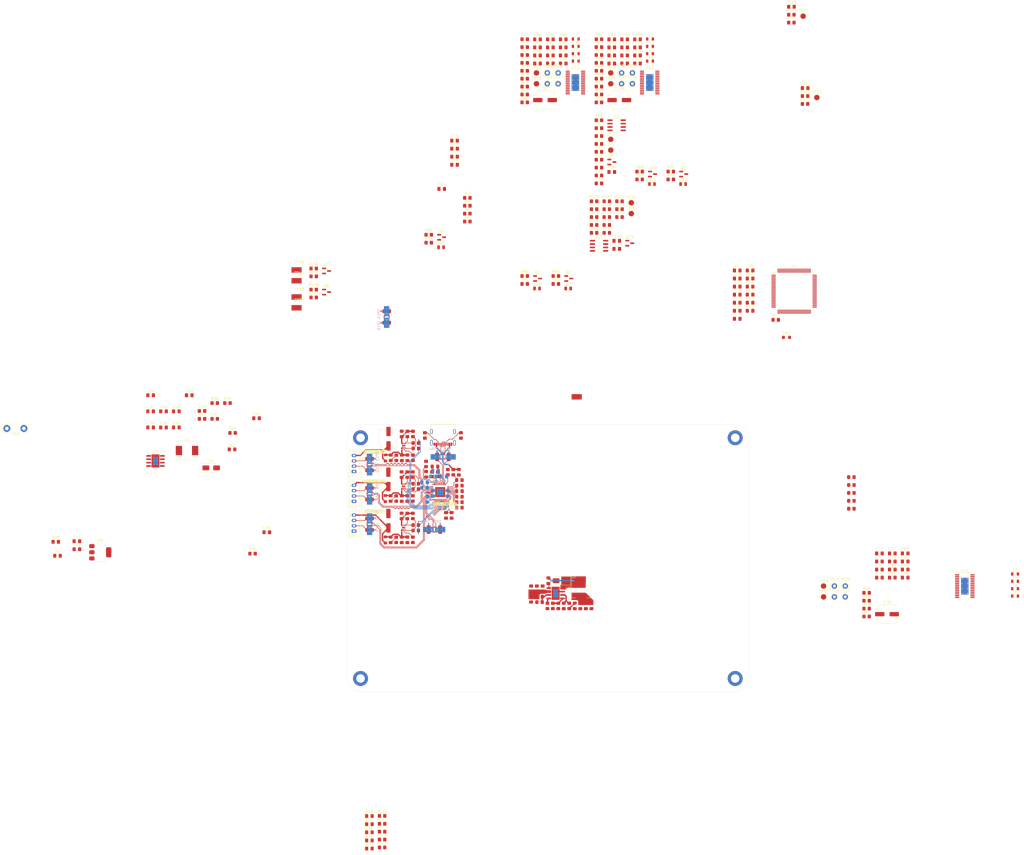
<source format=kicad_pcb>
(kicad_pcb (version 20240108) (generator "pcbnew") (generator_version "8.0")
  (layers (0 "F.Cu" signal) (1 "In1.Cu" signal) (2 "In2.Cu" signal) (31 "B.Cu" signal) (34 "B.Paste" user) (35 "F.Paste" user) (36 "B.SilkS" user "B.Silkscreen") (37 "F.SilkS" user "F.Silkscreen") (38 "B.Mask" user) (39 "F.Mask" user) (44 "Edge.Cuts" user))
  (net 0 "")
  (net 1 "GND")
  (net 2 "/USB/Power_Distribution_Switch2/NOCS")
  (net 3 "/USB/Power_Distribution_Switch3/NOCS")
  (net 4 "/MCU/CAN_Bus/CAN+")
  (net 5 "Net-(D3-A)")
  (net 6 "Net-(D4-K)")
  (net 7 "Net-(C13-Pad1)")
  (net 8 "+3.3V")
  (net 9 "Net-(C15-Pad1)")
  (net 10 "+VDD_USB")
  (net 11 "Net-(U2-HS_IND{slash}CFG_SEL1)")
  (net 12 "Net-(U2-SUSP_IND{slash}LOCAL_PWR{slash}NON_REM0)")
  (net 13 "Net-(U2-SDA{slash}SMBDATA{slash}NON_REM1)")
  (net 14 "Net-(U2-SCL{slash}SMBCLK{slash}CFG_SEL0)")
  (net 15 "+5V")
  (net 16 "Net-(IC1-I{slash}O1_2)")
  (net 17 "Net-(IC1-I{slash}O2_2)")
  (net 18 "Net-(IC2-I{slash}O1_2)")
  (net 19 "Net-(IC2-I{slash}O2_2)")
  (net 20 "Net-(IC3-I{slash}O1_2)")
  (net 21 "Net-(IC3-I{slash}O2_2)")
  (net 22 "Net-(IC4-I{slash}O1_2)")
  (net 23 "Net-(IC4-I{slash}O2_2)")
  (net 24 "Net-(IC5-I{slash}O1_2)")
  (net 25 "Net-(IC5-I{slash}O2_2)")
  (net 26 "Net-(C34-Pad1)")
  (net 28 "/MCU/CAN_Bus/CAN-")
  (net 29 "Net-(U4-COMP)")
  (net 30 "/MCU/Drive_Stepper_R1/A1")
  (net 31 "Net-(C45-Pad1)")
  (net 36 "Net-(C46-Pad1)")
  (net 38 "Net-(D2-A)")
  (net 39 "/MCU/Drive_Stepper_R1/A2")
  (net 42 "Net-(U4-BOOT)")
  (net 45 "Net-(D5-K)")
  (net 47 "/USB/ESD_Prot_DownStream2/VDD")
  (net 48 "/USB/ESD_Prot_DownStream3/VDD")
  (net 50 "Net-(D6-A)")
  (net 51 "/USB/ESD_Prot_DownStream4/VDD")
  (net 52 "Net-(U13-CPI)")
  (net 53 "/MCU/Drive_Stepper_R1/B1")
  (net 54 "Net-(U13-CPO)")
  (net 55 "Net-(U13-VCP)")
  (net 57 "/MCU/Drive_Stepper_R1/B2")
  (net 58 "Net-(U11-OA1)")
  (net 59 "/USB/Power_Distribution_Switch2/PWRTPWR")
  (net 60 "Net-(D7-A)")
  (net 61 "/MCU/Drive_Stepper_R2/A1")
  (net 62 "Net-(D7-K)")
  (net 64 "/MCU/Drive_Stepper_R2/A2")
  (net 66 "/USB/Power_Distribution_Switch3/PWRTPWR")
  (net 68 "Net-(U11-OA2)")
  (net 69 "Net-(U11-OB1)")
  (net 70 "/MCU/Drive_Stepper_R2/B1")
  (net 74 "Net-(U13-5VOUT)")
  (net 76 "/MCU/Drive_Stepper_R2/B2")
  (net 77 "Net-(U11-OB2)")
  (net 78 "Net-(U12-OA1)")
  (net 82 "/MCU/Drive_Stepper_Z/A1")
  (net 84 "/MCU/Drive_Stepper_Z/A2")
  (net 85 "Net-(U12-OA2)")
  (net 86 "Net-(U12-OB1)")
  (net 87 "Net-(U13-BRB)")
  (net 89 "/MCU/Drive_Stepper_Z/B1")
  (net 90 "Net-(U13-BRA)")
  (net 91 "Net-(D9-A)")
  (net 94 "Net-(C112-Pad1)")
  (net 95 "Net-(C114-Pad1)")
  (net 96 "Net-(U12-OB2)")
  (net 97 "/MCU/Drive_Stepper_Z/B2")
  (net 99 "Net-(Q1-G)")
  (net 100 "Net-(D10-A)")
  (net 102 "Net-(C115-Pad1)")
  (net 103 "Net-(D11-A)")
  (net 105 "Net-(Q2-G)")
  (net 106 "Net-(D16-A)")
  (net 107 "Net-(U13-OA1)")
  (net 109 "Net-(D9-K)")
  (net 110 "Net-(D12-A)")
  (net 112 "Net-(U1-VCAP_1)")
  (net 113 "Net-(U13-OA2)")
  (net 114 "Net-(Q3-G)")
  (net 117 "/MCU/CAN1_TX")
  (net 118 "Net-(U13-OB1)")
  (net 119 "Net-(U13-OB2)")
  (net 120 "Net-(Q4-G)")
  (net 121 "/MCU/CAN1_RX")
  (net 122 "/USB/Host D-")
  (net 123 "Net-(U1-VCAP_2)")
  (net 124 "/USB/USB HUB2+")
  (net 125 "/USB/USB PWRTPWR2")
  (net 126 "/USB/USB PWRTPWR3")
  (net 127 "/USB/USB HUB1+")
  (net 128 "/USB/USB HUB NOCS2")
  (net 129 "Net-(U2-PLLFILT)")
  (net 130 "/USB/USB HUB4+")
  (net 131 "/USB/USB HUB2-")
  (net 132 "/USB/USB PWRTPWR1")
  (net 133 "/USB/USB PWRTPWR4")
  (net 134 "/USB/USB HUB3-")
  (net 135 "/USB/USB HUB1-")
  (net 136 "Net-(U2-RESET_N)")
  (net 137 "/USB/Host D+")
  (net 138 "Net-(U2-VBUS_DET)")
  (net 139 "Net-(U2-CRFILT)")
  (net 140 "/USB/USB HUB NOCS3")
  (net 141 "/USB/USB HUB3+")
  (net 142 "/USB/USB HUB4-")
  (net 143 "Net-(U2-RBIAS)")
  (net 144 "/USB/XTAL_OUT")
  (net 145 "/USB/XTAL_IN")
  (net 146 "Net-(U3-D)")
  (net 147 "Net-(U3-Vref)")
  (net 148 "Net-(U3-R)")
  (net 150 "+12V")
  (net 152 "/USB/Power_Distribution_Switch1/PWRTPWR")
  (net 153 "/USB/ESD_Prot_DownStream1/D-")
  (net 154 "/USB/ESD_Prot_DownStream1/D+")
  (net 155 "Net-(R1-Pad1)")
  (net 156 "Net-(J5-CC1)")
  (net 157 "/USB/Power_Distribution_Switch1/NOCS")
  (net 158 "Net-(D6-K)")
  (net 159 "Net-(J5-CC2)")
  (net 160 "Net-(J9-Pin_2)")
  (net 161 "/USB/ESD_Prot_DownStream2/D-")
  (net 162 "/USB/ESD_Prot_DownStream2/D+")
  (net 163 "/USB/ESD_Prot_DownStream3/D-")
  (net 164 "/USB/ESD_Prot_DownStream3/D+")
  (net 165 "/USB/USB HUB NOCS4")
  (net 166 "/USB/USB HUB NOCS1")
  (net 167 "Net-(D13-A)")
  (net 168 "Net-(Q5-G)")
  (net 169 "Net-(D14-A)")
  (net 170 "Net-(U11-PDN_UART)")
  (net 171 "Net-(U11-~{EN})")
  (net 172 "Net-(U11-BRB)")
  (net 173 "Net-(U11-BRA)")
  (net 174 "Net-(U12-PDN_UART)")
  (net 175 "Net-(U12-~{EN})")
  (net 176 "Net-(U12-BRB)")
  (net 177 "Net-(U12-BRA)")
  (net 178 "Net-(IC6-I{slash}O1_2)")
  (net 179 "Net-(IC6-I{slash}O2_2)")
  (net 180 "/MCU/UART_R2")
  (net 181 "/MCU/DIR_R1")
  (net 182 "/MCU/DIAG_R2")
  (net 183 "Net-(U1-BOOT0)")
  (net 184 "/MCU/STEP_R1")
  (net 185 "/MCU/DIR_Z")
  (net 186 "/MCU/LS_Y")
  (net 187 "/MCU/ACD1_IN2")
  (net 188 "/MCU/ACD1_IN3")
  (net 189 "/MCU/DIAG_R1")
  (net 190 "/MCU/ACD1_IN4")
  (net 191 "/MCU/DIR_R2")
  (net 192 "/MCU/LS_Z")
  (net 193 "/MCU/STEP_R2")
  (net 194 "STM32_D-")
  (net 195 "/MCU/UART_Z")
  (net 196 "/MCU/UART4_RX")
  (net 197 "/MCU/XTAL_IN")
  (net 198 "/MCU/EN_R2")
  (net 199 "/MCU/STEP_Z")
  (net 200 "/MCU/EN_Z")
  (net 201 "/MCU/ACD1_IN0")
  (net 202 "STM32_D+")
  (net 203 "/MCU/XTAL_OUT")
  (net 204 "/MCU/EN_R1")
  (net 205 "/MCU/LS_X")
  (net 206 "/MCU/DIAG_Z")
  (net 207 "/MCU/UART_R1")
  (net 208 "Net-(U1-NRST)")
  (net 209 "/MCU/UART4_TX")
  (net 210 "/MCU/ACD1_IN1")
  (net 211 "Net-(J9-Pin_1)")
  (net 212 "Net-(U4-EN)")
  (net 213 "Net-(U4-RT{slash}CLK)")
  (net 214 "Net-(U7-ILIMIT)")
  (net 215 "Net-(U8-ILIMIT)")
  (net 216 "Net-(U10-ILIMIT)")
  (net 217 "/MCU/ESD_Prot_USB_Backup/D-")
  (net 218 "/MCU/ESD_Prot_USB_Backup/D+")
  (net 219 "Net-(R63-Pad2)")
  (net 220 "Net-(R72-Pad2)")
  (net 221 "Net-(R81-Pad2)")
  (net 222 "Net-(U11-DIR)")
  (net 225 "Net-(U11-VCP)")
  (net 226 "Net-(U11-CPI)")
  (net 227 "Net-(U11-DIAG)")
  (net 228 "Net-(U11-STEP)")
  (net 229 "Net-(U11-CPO)")
  (net 230 "Net-(U11-5VOUT)")
  (net 235 "Net-(U12-CPI)")
  (net 238 "Net-(U12-VCP)")
  (net 239 "Net-(U12-STEP)")
  (net 240 "Net-(U12-DIAG)")
  (net 241 "Net-(U12-DIR)")
  (net 242 "Net-(U12-CPO)")
  (net 243 "Net-(U12-5VOUT)")
  (net 244 "/MCU/RS485/A{slash}B+")
  (net 245 "/MCU/RS485/A{slash}B-")
  (net 246 "Net-(U13-STEP)")
  (net 247 "Net-(D17-A)")
  (net 248 "Net-(D18-A)")
  (net 249 "Net-(D19-A)")
  (net 250 "Net-(D20-A)")
  (net 251 "Net-(U5-COMP)")
  (net 252 "+24V")
  (net 253 "Net-(U5-BOOT)")
  (net 254 "Net-(U5-RT{slash}CLK)")
  (net 255 "Net-(U5-EN)")
  (net 256 "Net-(U13-DIR)")
  (net 257 "Net-(U13-~{EN})")
  (net 258 "Net-(U13-DIAG)")
  (net 259 "Net-(U13-PDN_UART)")
  (net 260 "/MCU/Mosfet_Pompe1")
  (net 261 "/MCU/Mosfet_Fan")
  (net 262 "/MCU/Mosfet_Pompe2")
  (net 263 "/MCU/Mosfet_Distributeur1")
  (net 264 "/MCU/Mosfet_Distributeur2")
  (net 265 "Net-(U15-~{RE})")
  (net 266 "/MCU/RS485_EN")
  (net 267 "Net-(U15-DE)")
  (net 268 "Net-(U15-RO)")
  (net 269 "Net-(U15-DI)")
  (net 270 "Net-(J18-Pin_2)")
  (net 271 "Net-(J18-Pin_1)")
  (net 272 "/MCU/LED_1")
  (net 273 "/MCU/LED_2")
  (net 274 "/MCU/LED_3")
  (net 275 "/MCU/LED_4")
  (net 276 "/MCU/LED_5")
  (net 277 "/MCU/I2C_SCL")
  (net 283 "/MCU/I2C_SDA")
  (net 288 "/USB/D_N")
  (net 289 "/USB/D_P")
  (net 290 "/USB/ESD_Prot_DownStream1/VDD")
  (net 291 "/MCU/ESD_Prot_USB_Backup/VDD")
  (net 292 "Net-(Q6-G)")
  (net 293 "Net-(J19-Pin_1)")
  (net 294 "Net-(J20-Pin_1)")
  (net 295 "Net-(Q7-G)")
  (net 296 "/MCU/Mosfet_Light_Bottom")
  (net 297 "/MCU/Mosfet_Light_Top")
  (net 298 "Net-(U5-FB)")
  (net 299 "Net-(U4-FB)")
  (footprint "Capacitor_SMD:C_0805_2012Metric_Pad1.18x1.45mm_HandSolder" (layer "F.Cu") (at 175.62 -30.5)
    (property "Reference" "C1")
    (property "Value" "4.7uF")
  )
  (footprint "Resistor_SMD:R_0805_2012Metric_Pad1.20x1.40mm_HandSolder" (layer "F.Cu") (at -24.37 24.97)
    (property "Reference" "R32")
    (property "Value" "90,9r")
  )
  (footprint "Connector_JST:JST_PH_B4B-PH-K_1x04_P2.00mm_Vertical" (layer "F.Cu") (at 32.44 66.955 90)
    (property "Reference" "J7" (hide yes))
    (property "Value" "Conn_01x04_Pin" (hide yes))
  )
  (footprint "Resistor_SMD:R_0805_2012Metric_Pad1.20x1.40mm_HandSolder" (layer "F.Cu") (at 17.3525 -23.355)
    (property "Reference" "R128")
    (property "Value" "10K")
  )
  (footprint "TestPoint:TestPoint_Pad_D2.0mm" (layer "F.Cu") (at 200.25 -125.58)
    (property "Reference" "TP37")
    (property "Value" "TestPoint")
  )
  (footprint "Capacitor_SMD:C_0805_2012Metric_Pad1.18x1.45mm_HandSolder" (layer "F.Cu") (at -43.58 22.17)
    (property "Reference" "C37")
    (property "Value" "2,2uF")
  )
  (footprint "Resistor_SMD:R_0805_2012Metric_Pad1.20x1.40mm_HandSolder" (layer "F.Cu") (at -12.945 30.235)
    (property "Reference" "R30")
    (property "Value" "10K")
  )
  (footprint "Resistor_SMD:R_0805_2012Metric_Pad1.20x1.40mm_HandSolder" (layer "F.Cu") (at 54.451812 30.610625 -90)
    (property "Reference" "R58" (hide yes))
    (property "Value" "DNP_12k" (hide yes))
  )
  (footprint "PnP_Mother_Board:TestPoint_KEYSTONE_5029" (layer "F.Cu") (at 10.9525 -20.605)
    (property "Reference" "TP38")
    (property "Value" "TestPoint")
  )
  (footprint "Capacitor_SMD:C_0805_2012Metric_Pad1.18x1.45mm_HandSolder" (layer "F.Cu") (at 138.3575 -110.91)
    (property "Reference" "C110")
    (property "Value" "0.1uF")
  )
  (footprint "Capacitor_SMD:C_0805_2012Metric_Pad1.18x1.45mm_HandSolder" (layer "F.Cu") (at -29.15 16.15)
    (property "Reference" "C53")
    (property "Value" "47uF")
  )
  (footprint "Capacitor_SMD:C_0805_2012Metric_Pad1.18x1.45mm_HandSolder" (layer "F.Cu") (at 105.07 85.49 90)
    (property "Reference" "C50" (hide yes))
    (property "Value" "0.1uF" (hide yes))
  )
  (footprint "Capacitor_SMD:C_0805_2012Metric_Pad1.18x1.45mm_HandSolder" (layer "F.Cu") (at 100.9875 -116.93)
    (property "Reference" "C86")
    (property "Value" "22nF")
  )
  (footprint "Resistor_SMD:R_0805_2012Metric_Pad1.20x1.40mm_HandSolder" (layer "F.Cu") (at 48.195812 70.209375 -90)
    (property "Reference" "R52" (hide yes))
    (property "Value" "330R" (hide yes))
  )
  (footprint "Resistor_SMD:R_0805_2012Metric_Pad1.20x1.40mm_HandSolder" (layer "F.Cu") (at 71.795 58.177775)
    (property "Reference" "R10" (hide yes))
    (property "Value" "100K" (hide yes))
  )
  (footprint "Capacitor_SMD:CP_Elec_6.3x7.7" (layer "F.Cu") (at 231.5825 98)
    (property "Reference" "C78")
    (property "Value" "100uF")
  )
  (footprint "Capacitor_SMD:CP_Elec_6.3x7.7" (layer "F.Cu") (at 45.311812 32.380625 90)
    (property "Reference" "C72" (hide yes))
    (property "Value" "100uF")
  )
  (footprint "Resistor_SMD:R_0805_2012Metric_Pad1.20x1.40mm_HandSolder" (layer "F.Cu") (at 122.1375 -50.48)
    (property "Reference" "R104")
    (property "Value" "10K")
  )
  (footprint "Capacitor_SMD:C_0805_2012Metric_Pad1.18x1.45mm_HandSolder" (layer "F.Cu") (at 128.7375 -107.9)
    (property "Reference" "C102")
    (property "Value" "4.7uF")
  )
  (footprint "Capacitor_SMD:C_0805_2012Metric_Pad1.18x1.45mm_HandSolder" (layer "F.Cu") (at 52.349812 70.199375 -90)
    (property "Reference" "C63" (hide yes))
    (property "Value" "2.2uF" (hide yes))
  )
  (footprint "Package_TO_SOT_SMD:SOT-666" (layer "F.Cu") (at 38.24 52.958572 180)
    (property "Reference" "IC3" (hide yes))
    (property "Value" "USBLC6-2P6" (hide yes))
  )
  (footprint "Resistor_SMD:R_0805_2012Metric_Pad1.20x1.40mm_HandSolder" (layer "F.Cu") (at 123.9575 -114.01)
    (property "Reference" "R82")
    (property "Value" "IR_0R")
  )
  (footprint "Package_TO_SOT_SMD:SOT-666" (layer "F.Cu") (at 62.4625 66.365 -90)
    (property "Reference" "IC2" (hide yes))
    (property "Value" "USBLC6-2P6" (hide yes))
  )
  (footprint "Resistor_SMD:R_0805_2012Metric_Pad1.20x1.40mm_HandSolder" (layer "F.Cu") (at 200.97 -95.73)
    (property "Reference" "R100")
    (property "Value" "5r")
  )
  (footprint "Resistor_SMD:R_0805_2012Metric_Pad1.20x1.40mm_HandSolder" (layer "F.Cu") (at 96.2075 -114.01)
    (property "Reference" "R73")
    (property "Value" "IR_0R")
  )
  (footprint "TestPoint:TestPoint_Pad_D2.0mm" (layer "F.Cu") (at 207.8925 91.54)
    (property "Reference" "TP17")
    (property "Value" "TestPoint")
  )
  (footprint "Capacitor_SMD:C_0805_2012Metric_Pad1.18x1.45mm_HandSolder" (layer "F.Cu") (at 121.15 94.91 -90)
    (property "Reference" "C54" (hide yes))
    (property "Value" "47uF" (hide yes))
  )
  (footprint "Capacitor_SMD:C_0805_2012Metric_Pad1.18x1.45mm_HandSolder" (layer "F.Cu") (at 110.6075 -107.9)
    (property "Reference" "C98")
    (property "Value" "0.1uF")
  )
  (footprint "Resistor_SMD:R_0805_2012Metric_Pad1.20x1.40mm_HandSolder" (layer "F.Cu") (at 126.8875 -47.53)
    (property "Reference" "R110")
    (property "Value" "10K")
  )
  (footprint "Package_TO_SOT_SMD:SOT-23" (layer "F.Cu") (at 143.9775 -66.565)
    (property "Reference" "Q5")
    (property "Value" "AO3400A")
  )
  (footprint "Resistor_SMD:R_0805_2012Metric_Pad1.20x1.40mm_HandSolder" (layer "F.Cu") (at 123.9575 -96.31)
    (property "Reference" "R88")
    (property "Value" "120m")
  )
  (footprint "PnP_Mother_Board:USB-C Wurth 16p" (layer "F.Cu") (at 65.65 29.72 180)
    (property "Reference" "J5" (hide yes))
    (property "Value" "629722000214" (hide yes))
  )
  (footprint "MountingHole:MountingHole_3.2mm_M3_DIN965_Pad" (layer "F.Cu") (at 34.87 122.05)
    (property "Reference" "H2" (hide yes))
    (property "Value" "MountingHole_Pad" (hide yes))
  )
  (footprint "Resistor_SMD:R_0805_2012Metric_Pad1.20x1.40mm_HandSolder" (layer "F.Cu") (at 223.9825 95.91)
    (property "Reference" "R70")
    (property "Value" "120m")
  )
  (footprint "Package_DFN_QFN:MLF-6-1EP_1.6x1.6mm_P0.5mm_EP0.5x1.26mm" (layer "F.Cu") (at 50.934811 50.199999 90)
    (property "Reference" "U7")
    (property "Value" "MIC2099-1YMT-TR" (hide yes))
  )
  (footprint "Inductor_SMD:L_0805_2012Metric" (layer "F.Cu") (at 279.4525 88.47)
    (property "Reference" "L5")
    (property "Value" "L_Ferrite")
  )
  (footprint "TestPoint:TestPoint_Pad_D2.0mm" (layer "F.Cu") (at 128.3575 -100.32)
    (property "Reference" "TP29")
    (property "Value" "TestPoint")
  )
  (footprint "Capacitor_SMD:C_0805_2012Metric_Pad1.18x1.45mm_HandSolder" (layer "F.Cu") (at 66.805 61.057775 -90)
    (property "Reference" "C24" (hide yes))
    (property "Value" "0.1uF" (hide yes))
  )
  (footprint "Inductor_SMD:L_0805_2012Metric" (layer "F.Cu") (at 115.2875 -114.31)
    (property "Reference" "L8")
    (property "Value" "L_Ferrite")
  )
  (footprint "Capacitor_SMD:C_0805_2012Metric_Pad1.18x1.45mm_HandSolder" (layer "F.Cu") (at 233.5725 84.32)
    (property "Reference" "C81")
    (property "Value" "470pF 24V")
  )
  (footprint "Capacitor_SMD:C_0805_2012Metric_Pad1.18x1.45mm_HandSolder" (layer "F.Cu") (at 105.7975 -113.92)
    (property "Reference" "C92")
    (property "Value" "470pF 24V")
  )
  (footprint "Package_DFN_QFN:MLF-6-1EP_1.6x1.6mm_P0.5mm_EP0.5x1.26mm" (layer "F.Cu") (at 50.981812 34.990624 90)
    (property "Reference" "U10")
    (property "Value" "MIC2099-1YMT-TR" (hide yes))
  )
  (footprint "Resistor_SMD:R_0805_2012Metric_Pad1.20x1.40mm_HandSolder" (layer "F.Cu") (at 59.3375 41.8325 90)
    (property "Reference" "R13" (hide yes))
    (property "Value" "12K" (hide yes))
  )
  (footprint "Resistor_SMD:R_0805_2012Metric_Pad1.20x1.40mm_HandSolder" (layer "F.Cu") (at 54.404811 45.82 -90)
    (property "Reference" "R45" (hide yes))
    (property "Value" "DNP_12k" (hide yes))
  )
  (footprint "Resistor_SMD:R_0805_2012Metric_Pad1.20x1.40mm_HandSolder" (layer "F.Cu") (at 101.76 93.5 180)
    (property "Reference" "R34" (hide yes))
    (property "Value" "90,9r" (hide yes))
  )
  (footprint "Package_TO_SOT_SMD:SOT-666" (layer "F.Cu") (at 38.24 42.051667 180)
    (property "Reference" "IC5" (hide yes))
    (property "Value" "USBLC6-2P6" (hide yes))
  )
  (footprint "Capacitor_SMD:C_0805_2012Metric_Pad1.18x1.45mm_HandSolder" (layer "F.Cu") (at 138.3575 -113.92)
    (property "Reference" "C109")
    (property "Value" "0.1uF")
  )
  (footprint "Resistor_SMD:R_0805_2012Metric_Pad1.20x1.40mm_HandSolder" (layer "F.Cu") (at 55.494811 49.239999 180)
    (property "Reference" "R53" (hide yes))
    (property "Value" "IR_0R" (hide yes))
  )
  (footprint "Resistor_SMD:R_0805_2012Metric_Pad1.20x1.40mm_HandSolder" (layer "F.Cu") (at 96.2075 -105.16)
    (property "Reference" "R76")
    (property "Value" "IR_0R")
  )
  (footprint "Diode_SMD:D_SMA" (layer "F.Cu") (at -20.935 43.3)
    (property "Reference" "D4")
    (property "Value" "B560C")
  )
  (footprint "LED_SMD:LED_0805_2012Metric_Pad1.15x1.40mm_HandSolder" (layer "F.Cu") (at 46.111811 54.7375 90)
    (property "Reference" "D6" (hide yes))
    (property "Value" "LED" (hide yes))
  )
  (footprint "Package_TO_SOT_SMD:SOT-223" (layer "F.Cu") (at -62.39 74.86)
    (property "Reference" "U6")
    (property "Value" "LM1117MPX-33NOPB")
  )
  (footprint "Capacitor_SMD:C_0805_2012Metric_Pad1.18x1.45mm_HandSolder" (layer "F.Cu") (at 52.389812 39.530624 -90)
    (property "Reference" "C71" (hide yes))
    (property "Value" "2.2uF" (hide yes))
  )
  (footprint "Package_SO:HTSSOP-28-1EP_4.4x9.7mm_P0.65mm_EP2.75x6.2mm_ThermalVias" (layer "F.Cu") (at 142.9075 -100.77)
    (property "Reference" "U13")
    (property "Value" "TMC2226-SA")
  )
  (footprint "Resistor_SMD:R_0805_2012Metric_Pad1.20x1.40mm_HandSolder" (layer "F.Cu") (at 123.9575 -108.11)
    (property "Reference" "R84")
    (property "Value" "IR_0R")
  )
  (footprint "Resistor_SMD:R_0805_2012Metric_Pad1.20x1.40mm_HandSolder" (layer "F.Cu") (at 123.9575 -68.97)
    (property "Reference" "R22")
    (property "Value" "60R")
  )
  (footprint "Resistor_SMD:R_0805_2012Metric_Pad1.20x1.40mm_HandSolder" (layer "F.Cu") (at 126.8875 -56.38)
    (property "Reference" "R107")
    (property "Value" "IR_0R")
  )
  (footprint "Resistor_SMD:R_0805_2012Metric_Pad1.20x1.40mm_HandSolder" (layer "F.Cu") (at 67.81 39.18 90)
    (property "Reference" "R25" (hide yes))
    (property "Value" "IR_0R" (hide yes))
  )
  (footprint "Resistor_SMD:R_0805_2012Metric_Pad1.20x1.40mm_HandSolder" (layer "F.Cu") (at 200.97 -92.78)
    (property "Reference" "R101")
    (property "Value" "5K")
  )
  (footprint "Capacitor_SMD:C_0805_2012Metric_Pad1.18x1.45mm_HandSolder" (layer "F.Cu") (at -71.13 73.7325)
    (property "Reference" "C48")
    (property "Value" "10uF")
  )
  (footprint "Capacitor_SMD:C_0805_2012Metric_Pad1.18x1.45mm_HandSolder" (layer "F.Cu") (at 228.7625 81.31)
    (property "Reference" "C75")
    (property "Value" "0.1uF")
  )
  (footprint "Capacitor_SMD:C_0805_2012Metric_Pad1.18x1.45mm_HandSolder" (layer "F.Cu") (at 138.3575 -116.93)
    (property "Reference" "C108")
    (property "Value" "470pF 24V")
  )
  (footprint "Resistor_SMD:R_0805_2012Metric_Pad1.20x1.40mm_HandSolder" (layer "F.Cu") (at 123.9575 -102.21)
    (property "Reference" "R86")
    (property "Value" "1K")
  )
  (footprint "Inductor_SMD:L_0805_2012Metric" (layer "F.Cu") (at 279.4525 85.72)
    (property "Reference" "L4")
    (property "Value" "L_Ferrite")
  )
  (footprint "Capacitor_SMD:C_0805_2012Metric_Pad1.18x1.45mm_HandSolder" (layer "F.Cu") (at -43.58 16.15)
    (property "Reference" "C35")
    (property "Value" "2,2uF")
  )
  (footprint "Resistor_SMD:R_0805_2012Metric_Pad1.20x1.40mm_HandSolder" (layer "F.Cu") (at 38.24 39.904167 180)
    (property "Reference" "R57" (hide yes))
    (property "Value" "IR_0R" (hide yes))
  )
  (footprint "Capacitor_SMD:C_0805_2012Metric_Pad1.18x1.45mm_HandSolder" (layer "F.Cu") (at -33.96 28.19)
    (property "Reference" "C51")
    (property "Value" "47uF")
  )
  (footprint "Resistor_SMD:R_0805_2012Metric_Pad1.20x1.40mm_HandSolder" (layer "F.Cu") (at 38.24 62.194167 180)
    (property "Reference" "R49" (hide yes))
    (property "Value" "IR_0R" (hide yes))
  )
  (footprint "Resistor_SMD:R_0805_2012Metric_Pad1.20x1.40mm_HandSolder" (layer "F.Cu") (at 123.9575 -116.96)
    (property "Reference" "R81")
    (property "Value" "IR_0R")
  )
  (footprint "Resistor_SMD:R_0805_2012Metric_Pad1.20x1.40mm_HandSolder" (layer "F.Cu") (at 123.9575 -83.72)
    (property "Reference" "R17")
    (property "Value" "IR_0R")
  )
  (footprint "Resistor_SMD:R_0805_2012Metric_Pad1.20x1.40mm_HandSolder" (layer "F.Cu") (at 69.52 44.907775 -90)
    (property "Reference" "R9" (hide yes))
    (property "Value" "100K" (hide yes))
  )
  (footprint "Resistor_SMD:R_0805_2012Metric_Pad1.20x1.40mm_HandSolder" (layer "F.Cu") (at 42.92 173.425)
    (property "Reference" "R115")
    (property "Value" "10K")
  )
  (footprint "Capacitor_SMD:C_0805_2012Metric_Pad1.18x1.45mm_HandSolder" (layer "F.Cu") (at 175.62 -15.45)
    (property "Reference" "C6")
    (property "Value" "0.1uF")
  )
  (footprint "TestPoint:TestPoint_Keystone_5000-5004_Miniature" (layer "F.Cu") (at 211.9425 87.49)
    (property "Reference" "TP18")
    (property "Value" "TestPoint")
  )
  (footprint "Resistor_SMD:R_0805_2012Metric_Pad1.20x1.40mm_HandSolder" (layer "F.Cu") (at 218.285 49.72)
    (property "Reference" "R64" (hide yes))
    (property "Value" "IR_0R" (hide yes))
  )
  (footprint "Inductor_SMD:L_0805_2012Metric_Pad1.05x1.20mm_HandSolder" (layer "F.Cu") (at 44.141812 70.249375 -90)
    (property "Reference" "FB3" (hide yes))
    (property "Value" "120R" (hide yes))
  )
  (footprint "Resistor_SMD:R_0805_2012Metric_Pad1.20x1.40mm_HandSolder" (layer "F.Cu") (at 38.24 50.811072 180)
    (property "Reference" "R44" (hide yes))
    (property "Value" "IR_0R" (hide yes))
  )
  (footprint "Resistor_SMD:R_0805_2012Metric_Pad1.20x1.40mm_HandSolder" (layer "F.Cu") (at 195.85 -123.18)
    (property "Reference" "R121")
    (property "Value" "5K")
  )
  (footprint "Capacitor_SMD:C_0805_2012Metric_Pad1.18x1.45mm_HandSolder" (layer "F.Cu") (at 180.43 -30.5)
    (property "Reference" "C8")
    (property "Value" "0.1uF")
  )
  (footprint "Resistor_SMD:R_0805_2012Metric_Pad1.20x1.40mm_HandSolder" (layer "F.Cu") (at 44.63 -15.28 180)
    (property "Reference" "R61" (hide yes))
    (property "Value" "IR_0R" (hide yes))
  )
  (footprint "Resistor_SMD:R_0805_2012Metric_Pad1.20x1.40mm_HandSolder" (layer "F.Cu") (at 55.541812 36.030624 180)
    (property "Reference" "R124" (hide yes))
    (property "Value" "IR_0R" (hide yes))
  )
  (footprint "Resistor_SMD:R_0805_2012Metric_Pad1.20x1.40mm_HandSolder" (layer "F.Cu") (at 54.404811 54.739999 -90)
    (property "Reference" "R46" (hide yes))
    (property "Value" "330R" (hide yes))
  )
  (footprint "Resistor_SMD:R_0805_2012Metric_Pad1.20x1.40mm_HandSolder" (layer "F.Cu") (at 104.71 94.91 -90)
    (property "Reference" "R38" (hide yes))
    (property "Value" "243K" (hide yes))
  )
  (footprint "Resistor_SMD:R_0805_2012Metric_Pad1.20x1.40mm_HandSolder" (layer "F.Cu") (at 123.9575 -86.67)
    (property "Reference" "R16")
    (property "Value" "IR_0R")
  )
  (footprint "TestPoint:TestPoint_Keystone_5000-5004_Miniature" (layer "F.Cu") (at 104.6575 -100.32)
    (property "Reference" "TP25")
    (property "Value" "TestPoint")
  )
  (footprint "Capacitor_SMD:C_0805_2012Metric_Pad1.18x1.45mm_HandSolder" (layer "F.Cu") (at 133.5475 -107.9)
    (property "Reference" "C107")
    (property "Value" "470pF 24V")
  )
  (footprint "TestPoint:TestPoint_Keystone_5000-5004_Miniature" (layer "F.Cu") (at 132.4075 -100.32)
    (property "Reference" "TP31")
    (property "Value" "TestPoint")
  )
  (footprint "TestPoint:TestPoint_Keystone_5000-5004_Miniature" (layer "F.Cu") (at 108.7075 -104.37)
    (property "Reference" "TP26")
    (property "Value" "TestPoint")
  )
  (footprint "Resistor_SMD:R_0805_2012Metric_Pad1.20x1.40mm_HandSolder" (layer "F.Cu") (at -24.37 22.02)
    (property "Reference" "R31")
    (property "Value" "442K")
  )
  (footprint "Capacitor_SMD:C_0805_2012Metric_Pad1.18x1.45mm_HandSolder" (layer "F.Cu") (at 69.9975 -79.06)
    (property "Reference" "C15")
    (property "Value" "10pF")
  )
  (footprint "Crystal:Crystal_SMD_3225-4Pin_3.2x2.5mm" (layer "F.Cu") (at 62.675 45.687775)
    (property "Reference" "Y2" (hide yes))
    (property "Value" "CFPX-180" (hide yes))
  )
  (footprint "Package_TO_SOT_SMD:SOT-23" (layer "F.Cu") (at 155.6175 -66.565)
    (property "Reference" "Q3")
    (property "Value" "AO3400A")
  )
  (footprint "PnP_Mother_Board:TestPoint_KEYSTONE_5029" (layer "F.Cu") (at 10.9525 -26.655)
    (property "Reference" "TP41")
    (property "Value" "TestPoint")
  )
  (footprint "Resistor_SMD:R_0805_2012Metric_Pad1.20x1.40mm_HandSolder" (layer "F.Cu") (at -19.62 19.07)
    (property "Reference" "R35")
    (property "Value" "16.9K")
  )
  (footprint "Connector_JST:JST_PH_B4B-PH-K_1x04_P2.00mm_Vertical" (layer "F.Cu") (at 32.44 55.81 90)
    (property "Reference" "J6" (hide yes))
    (property "Value" "Conn_01x04_Pin" (hide yes))
  )
  (footprint "Capacitor_SMD:C_0805_2012Metric_Pad1.18x1.45mm_HandSolder" (layer "F.Cu") (at 105.7975 -107.9)
    (property "Reference" "C94")
    (property "Value" "470pF 24V")
  )
  (footprint "Capacitor_SMD:C_0805_2012Metric_Pad1.18x1.45mm_HandSolder" (layer "F.Cu") (at 50.297812 39.530624 -90)
    (property "Reference" "C70" (hide yes))
    (property "Value" "2.2uF" (hide yes))
  )
  (footprint "Package_TO_SOT_SMD:SOT-666" (layer "F.Cu") (at 44.63 -13.1075)
    (property "Reference" "IC6" (hide yes))
    (property "Value" "USBLC6-2P6" (hide yes))
  )
  (footprint "Package_SO:HTSSOP-28-1EP_4.4x9.7mm_P0.65mm_EP2.75x6.2mm_ThermalVias" (layer "F.Cu") (at 260.68 87.52)
    (property "Reference" "U11")
    (property "Value" "TMC2226-SA")
  )
  (footprint "Capacitor_SMD:C_0805_2012Metric_Pad1.18x1.45mm_HandSolder" (layer "F.Cu") (at 100.75 88.52 90)
    (property "Reference" "C38" (hide yes))
    (property "Value" "2,2uF" (hide yes))
  )
  (footprint "Resistor_SMD:R_0805_2012Metric_Pad1.20x1.40mm_HandSolder" (layer "F.Cu") (at 48.188811 54.75 -90)
    (property "Reference" "R47" (hide yes))
    (property "Value" "330R" (hide yes))
  )
  (footprint "MountingHole:MountingHole_3.2mm_M3_DIN965_Pad" (layer "F.Cu") (at 34.87 32.05)
    (property "Reference" "H1" (hide yes))
    (property "Value" "MountingHole_Pad" (hide yes))
  )
  (footprint "LED_SMD:LED_0805_2012Metric_Pad1.15x1.40mm_HandSolder" (layer "F.Cu") (at 38.175 173.47)
    (property "Reference" "D16")
    (property "Value" "LED")
  )
  (footprint "Capacitor_SMD:C_0805_2012Metric_Pad1.18x1.45mm_HandSolder" (layer "F.Cu") (at 175.62 -18.46)
    (property "Reference" "C5")
    (property "Value" "0.1uF")
  )
  (footprint "Capacitor_SMD:C_0805_2012Metric_Pad1.18x1.45mm_HandSolder" (layer "F.Cu") (at 105.7975 -116.93)
    (property "Reference" "C90")
    (property "Value" "0.1uF")
  )
  (footprint "Resistor_SMD:R_0805_2012Metric_Pad1.20x1.40mm_HandSolder" (layer "F.Cu") (at 150.7975 -64.54)
    (property "Reference" "R95")
    (property "Value" "1K")
  )
  (footprint "Resistor_SMD:R_0805_2012Metric_Pad1.20x1.40mm_HandSolder" (layer "F.Cu") (at -5.48 75.37)
    (property "Reference" "R39")
    (property "Value" "53,6K")
  )
  (footprint "Diode_SMD:D_0805_2012Metric" (layer "F.Cu") (at 143.7775 -62.825)
    (property "Reference" "D14")
    (property "Value" "D")
  )
  (footprint "Capacitor_SMD:C_0805_2012Metric_Pad1.18x1.45mm_HandSolder" (layer "F.Cu") (at -43.58 28.19)
    (property "Reference" "C39")
    (property "Value" "2,2uF")
  )
  (footprint "Inductor_SMD:L_0805_2012Metric" (layer "F.Cu") (at 143.0375 -117.06)
    (property "Reference" "L11")
    (property "Value" "L_Ferrite")
  )
  (footprint "Resistor_SMD:R_0805_2012Metric_Pad1.20x1.40mm_HandSolder" (layer "F.Cu") (at 42.92 176.375)
    (property "Reference" "R116")
    (property "Value" "10K")
  )
  (footprint "Resistor_SMD:R_0805_2012Metric_Pad1.20x1.40mm_HandSolder" (layer "F.Cu") (at 122.1375 -44.58)
    (property "Reference" "R106")
    (property "Value" "IR_0R")
  )
  (footprint "Resistor_SMD:R_0805_2012Metric_Pad1.20x1.40mm_HandSolder" (layer "F.Cu") (at 71.795 49.933775 180)
    (property "Reference" "R7" (hide yes))
    (property "Value" "10K" (hide yes))
  )
  (footprint "Capacitor_SMD:CP_Elec_6.3x7.7" (layer "F.Cu") (at 131.5575 -94.22)
    (property "Reference" "C104")
    (property "Value" "100uF")
  )
  (footprint "Resistor_SMD:R_0805_2012Metric_Pad1.20x1.40mm_HandSolder" (layer "F.Cu") (at 38.24 44.224167)
    (property "Reference" "R56" (hide yes))
    (property "Value" "IR_0R" (hide yes))
  )
  (footprint "Diode_SMD:D_0805_2012Metric" (layer "F.Cu") (at 64.9675 -39.185)
    (property "Reference" "D13")
    (property "Value" "D")
  )
  (footprint "LED_SMD:LED_0805_2012Metric_Pad1.15x1.40mm_HandSolder" (layer "F.Cu") (at 46.158812 39.528125 90)
    (property "Reference" "D9" (hide yes))
    (property "Value" "LED" (hide yes))
  )
  (footprint "Resistor_SMD:R_0805_2012Metric_Pad1.20x1.40mm_HandSolder" (layer "F.Cu") (at 112.855 94.91 -90)
    (property "Reference" "R36" (hide yes))
    (property "Value" "16.9K" (hide yes))
  )
  (footprint "TestPoint:TestPoint_Keystone_5000-5004_Miniature" (layer "F.Cu") (at 136.4575 -100.32)
    (property "Reference" "TP33")
    (property "Value" "TestPoint")
  )
  (footprint "Capacitor_SMD:C_0805_2012Metric_Pad1.18x1.45mm_HandSolder" (layer "F.Cu") (at 71.595 44.907775 -90)
    (property "Reference" "C26" (hide yes))
    (property "Value" "1uF" (hide yes))
  )
  (footprint "TestPoint:TestPoint_Pad_D2.0mm" (layer "F.Cu") (at 100.6075 -104.37)
    (property "Reference" "TP22")
    (property "Value" "TestPoint")
  )
  (footprint "Inductor_SMD:L_Sunlord_MWSA0603S" (layer "F.Cu") (at 117.26 88.11 -90)
    (property "Reference" "L2" (hide yes))
    (property "Value" "7,2uH" (hide yes))
  )
  (footprint "TestPoint:TestPoint_Pad_D2.0mm" (layer "F.Cu") (at 100.6075 -100.32)
    (property "Reference" "TP23")
    (property "Value" "TestPoint")
  )
  (footprint "Capacitor_SMD:C_0805_2012Metric_Pad1.18x1.45mm_HandSolder" (layer "F.Cu") (at 100.9875 -107.9)
    (property "Reference" "C89")
    (property "Value" "4.7uF")
  )
  (footprint "Package_SO:Texas_R-PDSO-G8_EP2.95x4.9mm_Mask2.4x3.1mm_ThermalVias" (layer "F.Cu") (at 107.78 90.195)
    (property "Reference" "U5")
    (property "Value" "TPS54560BDDA" (hide yes))
  )
  (footprint "Capacitor_SMD:C_0805_2012Metric_Pad1.18x1.45mm_HandSolder" (layer "F.Cu") (at 52.342811 54.739999 -90)
    (property "Reference" "C59" (hide yes))
    (property "Value" "2.2uF" (hide yes))
  )
  (footprint "Resistor_SMD:R_0805_2012Metric_Pad1.20x1.40mm_HandSolder" (layer "F.Cu") (at 55.541812 34.030624 180)
    (property "Reference" "R55" (hide yes))
    (property "Value" "IR_0R" (hide yes))
  )
  (footprint "Connector_JST:JST_PH_B4B-PH-K_1x04_P2.00mm_Vertical" (layer "F.Cu") (at 32.44 44.665 90)
    (property "Reference" "J8" (hide yes))
    (property "Value" "Conn_01x04_Pin" (hide yes))
  )
  (footprint "Package_TO_SOT_SMD:SOT-23" (layer "F.Cu") (at 65.1675 -42.925)
    (property "Reference" "Q4")
    (property "Value" "AO3400A")
  )
  (footprint "Resistor_SMD:R_0805_2012Metric_Pad1.20x1.40mm_HandSolder" (layer "F.Cu") (at 101.77 91.47)
    (property "Reference" "R33" (hide yes))
    (property "Value" "442K" (hide yes))
  )
  (footprint "LED_SMD:LED_0805_2012Metric_Pad1.15x1.40mm_HandSolder" (layer "F.Cu") (at 38.175 176.51)
    (property "Reference" "D17")
    (property "Value" "LED")
  )
  (footprint "Package_TO_SOT_SMD:SOT-666" (layer "F.Cu") (at 65.6375 39.18 -90)
    (property "Reference" "IC1" (hide yes))
    (property "Value" "USBLC6-2P6" (hide yes))
  )
  (footprint "Resistor_SMD:R_0805_2012Metric_Pad1.20x1.40mm_HandSolder" (layer "F.Cu") (at 123.9575 -111.06)
    (property "Reference" "R83")
    (property "Value" "IR_0R")
  )
  (footprint "TestPoint:TestPoint_Keystone_5000-5004_Miniature" (layer "F.Cu") (at 132.4075 -104.37)
    (property "Reference" "TP30")
    (property "Value" "TestPoint")
  )
  (footprint "TestPoint:TestPoint_Keystone_5000-5004_Miniature" (layer "F.Cu") (at 211.9425 91.54)
    (property "Reference" "TP19")
    (property "Value" "TestPoint")
  )
  (footprint "Resistor_SMD:R_0805_2012Metric_Pad1.20x1.40mm_HandSolder" (layer "F.Cu") (at 63.49 39.18 -90)
    (property "Reference" "R26" (hide yes))
    (property "Value" "IR_0R" (hide yes))
  )
  (footprint "Capacitor_SMD:C_0805_2012Metric_Pad1.18x1.45mm_HandSolder" (layer "F.Cu") (at 110.6075 -110.91)
    (property "Reference" "C97")
    (property "Value" "0.1uF")
  )
  (footprint "Capacitor_SMD:C_0805_2012Metric_Pad1.18x1.45mm_HandSolder" (layer "F.Cu") (at 100.9875 -110.91)
    (property "Reference" "C88")
    (property "Value" "0.1uF")
  )
  (footprint "PnP_Mother_Board:TestPoint_KEYSTONE_5029" (layer "F.Cu") (at 10.9525 -16.555)
    (property "Reference" "TP39")
    (property "Value" "TestPoint")
  )
  (footprint "Capacitor_SMD:C_0805_2012Metric_Pad1.18x1.45mm_HandSolder" (layer "F.Cu") (at 50.211812 61.279375 90)
    (property "Reference" "C61" (hide yes))
    (property "Value" "2.2uF" (hide yes))
  )
  (footprint "TestPoint:TestPoint_Pad_D2.0mm" (layer "F.Cu") (at 128.3575 -75.49)
    (property "Reference" "TP2")
    (property "Value" "TestPoint")
  )
  (footprint "Capacitor_SMD:C_0805_2012Metric_Pad1.18x1.45mm_HandSolder" (layer "F.Cu") (at 233.5725 75.29)
    (property "Reference" "C77")
    (property "Value" "0.1uF")
  )
  (footprint "Resistor_SMD:R_0805_2012Metric_Pad1.20x1.40mm_HandSolder" (layer "F.Cu") (at 52.366812 30.610625 -90)
    (property "Reference" "R127" (hide yes))
    (property "Value" "DNP_12k" (hide yes))
  )
  (footprint "Resistor_SMD:R_0805_2012Metric_Pad1.20x1.40mm_HandSolder" (layer "F.Cu") (at 17.3525 -31.255)
    (property "Reference" "R130")
    (property "Value" "10K")
  )
  (footprint "Resistor_SMD:R_0805_2012Metric_Pad1.20x1.40mm_HandSolder" (layer "F.Cu") (at 71.795 47.887775)
    (property "Reference" "R11" (hide yes))
    (property "Value" "100K" (hide yes))
  )
  (footprint "Resistor_SMD:R_0805_2012Metric_Pad1.20x1.40mm_HandSolder" (layer "F.Cu") (at 96.2075 -25.48)
    (property "Reference" "R91")
    (property "Value" "1K")
  )
  (footprint "Capacitor_SMD:C_0805_2012Metric_Pad1.18x1.45mm_HandSolder" (layer "F.Cu") (at 175.62 -21.47)
    (property "Reference" "C4")
    (property "Value" "2.2uF")
  )
  (footprint "Package_TO_SOT_SMD:SOT-23" (layer "F.Cu") (at 101.0275 -27.505)
    (property "Reference" "Q1")
    (property "Value" "AO3400A")
  )
  (footprint "Resistor_SMD:R_0805_2012Metric_Pad1.20x1.40mm_HandSolder" (layer "F.Cu") (at 190.02 -12.04)
    (property "Reference" "R1")
    (property "Value" "10K")
  )
  (footprint "TestPoint:TestPoint_Keystone_5000-5004_Miniature" (layer "F.Cu") (at 215.9925 87.49)
    (property "Reference" "TP20")
    (property "Value" "TestPoint")
  )
  (footprint "Capacitor_SMD:C_0805_2012Metric_Pad1.18x1.45mm_HandSolder" (layer "F.Cu") (at -71.13 70.7225)
    (property "Reference" "C47")
    (property "Value" "10uF")
  )
  (footprint "Inductor_SMD:L_0805_2012Metric" (layer "F.Cu") (at 115.2875 -117.06)
    (property "Reference" "L7")
    (property "Value" "L_Ferrite")
  )
  (footprint "Resistor_SMD:R_0805_2012Metric_Pad1.20x1.40mm_HandSolder" (layer "F.Cu") (at 38.24 55.131072)
    (property "Reference" "R43" (hide yes))
    (property "Value" "IR_0R" (hide yes))
  )
  (footprint "Package_TO_SOT_SMD:SOT-23" (layer "F.Cu") (at 112.6675 -27.505)
    (property "Reference" "Q2")
    (property "Value" "AO3400A")
  )
  (footprint "Resistor_SMD:R_0805_2012Metric_Pad1.20x1.40mm_HandSolder" (layer "F.Cu") (at 96.2075 -102.21)
    (property "Reference" "R77")
    (property "Value" "1K")
  )
  (footprint "Capacitor_SMD:C_0805_2012Metric_Pad1.18x1.45mm_HandSolder" (layer "F.Cu") (at 50.257812 70.199375 -90)
    (property "Reference" "C62" (hide yes))
    (property "Value" "2.2uF" (hide yes))
  )
  (footprint "Capacitor_SMD:C_0805_2012Metric_Pad1.18x1.45mm_HandSolder" (layer "F.Cu") (at 128.7375 -113.92)
    (property "Reference" "C100")
    (property "Value" "0.1uF")
  )
  (footprint "Diode_SMD:D_0805_2012Metric" (layer "F.Cu") (at 112.4675 -23.765)
    (property "Reference" "D11")
    (property "Value" "D")
  )
  (footprint "TestPoint:TestPoint_Pad_D2.0mm" (layer "F.Cu") (at 128.3575 -104.37)
    (property "Reference" "TP28")
    (property "Value" "TestPoint")
  )
  (footprint "Capacitor_SMD:C_0805_2012Metric_Pad1.18x1.45mm_HandSolder" (layer "F.Cu") (at 98.59 92.41 -90)
    (property "Reference" "C36" (hide yes))
    (property "Value" "2,2uF" (hide yes))
  )
  (footprint "Resistor_SMD:R_0805_2012Metric_Pad1.20x1.40mm_HandSolder" (layer "F.Cu") (at 52.319811 45.82 -90)
    (property "Reference" "R125" (hide yes))
    (property "Value" "DNP_12k" (hide yes))
  )
  (footprint "Diode_SMD:D_SMA" (layer "F.Cu") (at 109.93 85.49 180)
    (property "Reference" "D5" (hide yes))
    (property "Value" "B560C" (hide yes))
  )
  (footprint "Package_TO_SOT_SMD:SOT-666" (layer "F.Cu") (at 38.24 64.341667 180)
    (property "Reference" "IC4" (hide yes))
    (property "Value" "USBLC6-2P6" (hide yes))
  )
  (footprint "Capacitor_SMD:C_0805_2012Metric_Pad1.18x1.45mm_HandSolder" (layer "F.Cu") (at 201 -98.71)
    (property "Reference" "C112")
    (property "Value" "0.1uF")
  )
  (footprint "PnP_Mother_Board:TestPoint_KEYSTONE_5029" (layer "F.Cu") (at 115.64 16.73)
    (property "Reference" "TP42" (hide yes))
    (property "Value" "D+" (hide yes))
  )
  (footprint "TestPoint:TestPoint_Pad_D2.0mm" (layer "F.Cu") (at 136.0375 -51.78)
    (property "Reference" "TP36")
    (property "Value" "TestPoint")
  )
  (footprint "TestPoint:TestPoint_Keystone_5000-5004_Miniature" (layer "F.Cu") (at 108.7075 -100.32)
    (property "Reference" "TP27")
    (property "Value" "TestPoint")
  )
  (footprint "Resistor_SMD:R_0805_2012Metric_Pad1.20x1.40mm_HandSolder" (layer "F.Cu") (at 17.3525 -28.305)
    (property "Reference" "R131")
    (property "Value" "1K")
  )
  (footprint "Capacitor_SMD:C_0805_2012Metric_Pad1.18x1.45mm_HandSolder" (layer "F.Cu") (at 195.88 -129.11)
    (property "Reference" "C115")
    (property "Value" "0.1uF")
  )
  (footprint "Capacitor_SMD:C_0805_2012Metric_Pad1.18x1.45mm_HandSolder" (layer "F.Cu") (at 128.7375 -116.93)
    (property "Reference" "C99")
    (property "Value" "22nF")
  )
  (footprint "Package_DFN_QFN:MLF-6-1EP_1.6x1.6mm_P0.5mm_EP0.5x1.26mm" (layer "F.Cu") (at 50.941812 65.659375 90)
    (property "Reference" "U8")
    (property "Value" "MIC2099-1YMT-TR" (hide yes))
  )
  (footprint "Resistor_SMD:R_0805_2012Metric_Pad1.20x1.40mm_HandSolder" (layer "F.Cu") (at 38.24 66.514167)
    (property "Reference" "R48" (hide yes))
    (property "Value" "IR_0R" (hide yes))
  )
  (footprint "Resistor_SMD:R_0805_2012Metric_Pad1.20x1.40mm_HandSolder" (layer "F.Cu") (at 74.7775 -48.8)
    (property "Reference" "R5")
    (property "Value" "10K")
  )
  (footprint "Capacitor_SMD:C_0805_2012Metric_Pad1.18x1.45mm_HandSolder" (layer "F.Cu") (at 133.5475 -113.92)
    (property "Reference" "C105")
    (property "Value" "470pF 24V")
  )
  (footprint "Resistor_SMD:R_0805_2012Metric_Pad1.20x1.40mm_HandSolder" (layer "F.Cu") (at 126.8875 -44.58)
    (property "Reference" "R111")
    (property "Value" "60R")
  )
  (footprint "Capacitor_SMD:C_0805_2012Metric_Pad1.18x1.45mm_HandSolder" (layer "F.Cu") (at -3.9925 24.75)
    (property "Reference" "C41")
    (property "Value" "2,2uF")
  )
  (footprint "Resistor_SMD:R_0805_2012Metric_Pad1.20x1.40mm_HandSolder" (layer "F.Cu") (at 96.2075 -108.11)
    (property "Reference" "R75")
    (property "Value" "IR_0R")
  )
  (footprint "Capacitor_SMD:C_0805_2012Metric_Pad1.18x1.45mm_HandSolder" (layer "F.Cu") (at 133.5475 -116.93)
    (property "Reference" "C103")
    (property "Value" "0.1uF")
  )
  (footprint "Resistor_SMD:R_0805_2012Metric_Pad1.20x1.40mm_HandSolder" (layer "F.Cu") (at 131.6375 -53.43)
    (property "Reference" "R113")
    (property "Value" "IR_0R")
  )
  (footprint "Capacitor_SMD:C_0805_2012Metric_Pad1.18x1.45mm_HandSolder" (layer "F.Cu") (at 62.685 42.797775 180)
    (property "Reference" "C25" (hide yes))
    (property "Value" "10pF" (hide yes))
  )
  (footprint "Capacitor_SMD:C_0805_2012Metric_Pad1.18x1.45mm_HandSolder" (layer "F.Cu") (at 175.62 -12.44)
    (property "Reference" "C7")
    (property "Value" "0.1uF")
  )
  (footprint "Capacitor_SMD:C_0805_2012Metric_Pad1.18x1.45mm_HandSolder" (layer "F.Cu") (at 175.62 -27.49)
    (property "Reference" "C2")
    (property "Value" "2.2uF")
  )
  (footprint "Capacitor_SMD:C_0805_2012Metric_Pad1.18x1.45mm_HandSolder" (layer "F.Cu") (at -33.96 22.17)
    (property "Reference" "C49")
    (property "Value" "0.1uF")
  )
  (footprint "Capacitor_SMD:C_0805_2012Metric_Pad1.18x1.45mm_HandSolder" (layer "F.Cu") (at 233.5725 81.31)
    (property "Reference" "C80")
    (property "Value" "470pF 24V")
  )
  (footprint "Resistor_SMD:R_0805_2012Metric_Pad1.20x1.40mm_HandSolder" (layer "F.Cu") (at 71.795 54.085775)
    (property "Reference" "R14" (hide yes))
    (property "Value" "100K" (hide yes))
  )
  (footprint "Capacitor_SMD:C_0805_2012Metric_Pad1.18x1.45mm_HandSolder" (layer "F.Cu") (at 68.905 61.057775 -90)
    (property "Reference" "C20" (hide yes))
    (property "Value" "10nF" (hide yes))
  )
  (footprint "Resistor_SMD:R_0805_2012Metric_Pad1.20x1.40mm_HandSolder" (layer "F.Cu") (at 131.6375 -56.38)
    (property "Reference" "R112")
    (property "Value" "60R")
  )
  (footprint "Capacitor_SMD:C_0805_2012Metric_Pad1.18x1.45mm_HandSolder" (layer "F.Cu") (at 98.6 88.52 90)
    (property "Reference" "C42" (hide yes))
    (property "Value" "2,2uF" (hide yes))
  )
  (footprint "Inductor_SMD:L_0805_2012Metric_Pad1.05x1.20mm_HandSolder" (layer "F.Cu") (at 44.134812 54.79 -90)
    (property "Reference" "FB2" (hide yes))
    (property "Value" "120R" (hide yes))
  )
  (footprint "Capacitor_SMD:C_0805_2012Metric_Pad1.18x1.45mm_HandSolder" (layer "F.Cu") (at 138.3575 -107.9)
    (property "Reference" "C111")
    (property "Value" "0.1uF")
  )
  (footprint "Capacitor_SMD:C_0805_2012Metric_Pad1.18x1.45mm_HandSolder" (layer "F.Cu") (at 50.250811 54.739999 -90)
    (property "Reference" "C58" (hide yes))
    (property "Value" "2.2uF" (hide yes))
  )
  (footprint "Capacitor_SMD:C_0805_2012Metric_Pad1.18x1.45mm_HandSolder" (layer "F.Cu") (at 59.335 45.687775 -90)
    (property "Reference" "C23" (hide yes))
    (property "Value" "10pF" (hide yes))
  )
  (footprint "Resistor_SMD:R_0805_2012Metric_Pad1.20x1.40mm_HandSolder" (layer "F.Cu") (at 55.494811 51.239999 180)
    (property "Reference" "R122" (hide yes))
    (property "Value" "IR_0R" (hide yes))
  )
  (footprint "TestPoint:TestPoint_Keystone_5000-5004_Miniature" (layer "F.Cu") (at 136.4575 -104.37)
    (property "Reference" "TP32")
    (property "Value" "TestPoint")
  )
  (footprint "Capacitor_SMD:C_0805_2012Metric_Pad1.18x1.45mm_HandSolder" (layer "F.Cu") (at 69.9975 -70.03)
    (property "Reference" "C18")
    (property "Value" "0.1uF")
  )
  (footprint "Inductor_SMD:L_0805_2012Metric" (layer "F.Cu") (at 115.2875 -111.56)
    (property "Reference" "L9")
    (property "Value" "L_Ferrite")
  )
  (footprint "TestPoint:TestPoint_Pad_D2.0mm" (layer "F.Cu") (at 205.37 -95.18)
    (property "Reference" "TP34")
    (property "Value" "TestPoint")
  )
  (footprint "Resistor_SMD:R_0805_2012Metric_Pad1.20x1.40mm_HandSolder" (layer "F.Cu") (at 55.501812 64.699375 180)
    (property "Reference" "R54" (hide yes))
    (property "Value" "IR_0R" (hide yes))
  )
  (footprint "Package_SO:HTSSOP-28-1EP_4.4x9.7mm_P0.65mm_EP2.75x6.2mm_ThermalVias" (layer "F.Cu") (at 115.1575 -100.77)
    (property "Reference" "U12")
    (property "Value" "TMC2226-SA")
  )
  (footprint "Resistor_SMD:R_0805_2012Metric_Pad1.20x1.40mm_HandSolder" (layer "F.Cu") (at 218.285 52.67)
    (property "Reference" "R65" (hide yes))
    (property "Value" "IR_0R" (hide yes))
  )
  (footprint "Resistor_SMD:R_0805_2012Metric_Pad1.20x1.40mm_HandSolder" (layer "F.Cu") (at 123.9575 -74.87)
    (property "Reference" "R20")
    (property "Value" "10K")
  )
  (footprint "Package_QFP:LQFP-100_14x14mm_P0.5mm" (layer "F.Cu") (at 196.89 -22.76)
    (property "Reference" "U1")
    (property "Value" "STM32F407VETx")
  )
  (footprint "MountingHole:MountingHole_3.2mm_M3_DIN965_Pad" (layer "F.Cu") (at 174.87 122.05)
    (property "Reference" "H4" (hide yes))
    (property "Value" "MountingHole_Pad" (hide yes))
  )
  (footprint "Capacitor_SMD:C_0805_2012Metric_Pad1.18x1.45mm_HandSolder" (layer "F.Cu") (at 105.7975 -110.91)
    (property "Reference" "C93")
    (property "Value" "470pF 24V")
  )
  (footprint "Capacitor_SMD:C_0805_2012Metric_Pad1.18x1.45mm_HandSolder" (layer "F.Cu") (at 128.7375 -110.91)
    (property "Reference" "C101")
    (property "Value" "0.1uF")
  )
  (footprint "Capacitor_SMD:C_0805_2012Metric_Pad1.18x1.45mm_HandSolder" (layer "F.Cu") (at 110.80375 94.91 -90)
    (property "Reference" "C44" (hide yes))
    (property "Value" "47pF" (hide yes))
  )
  (footprint "Package_SO:Texas_R-PDSO-G8_EP2.95x4.9mm_Mask2.4x3.1mm_ThermalVias" (layer "F.Cu") (at -41.76 40.71)
    (property "Reference" "U4")
    (property "Value" "TPS54560BDDA")
  )
  (footprint "Capacitor_SMD:C_0805_2012Metric_Pad1.18x1.45mm_HandSolder" (layer "F.Cu") (at 130.6175 -38.59)
    (property "Reference" "C114")
    (property "Value" "10nF")
  )
  (footprint "Resistor_SMD:R_0805_2012Metric_Pad1.20x1.40mm_HandSolder" (layer "F.Cu") (at -14.87 19.07)
    (property "Reference" "R40")
    (property "Value" "10,2K")
  )
  (footprint "Resistor_SMD:R_0805_2012Metric_Pad1.20x1.40mm_HandSolder" (layer "F.Cu") (at 122.1375 -47.53)
    (property "Reference" "R105")
    (property "Value" "10K")
  )
  (footprint "Inductor_SMD:L_0805_2012Metric" (layer "F.Cu") (at 143.0375 -108.81)
    (property "Reference" "L14")
    (property "Value" "L_Ferrite")
  )
  (footprint "Capacitor_SMD:C_0805_2012Metric_Pad1.18x1.45mm_HandSolder" (layer "F.Cu") (at 130.6175 -41.6)
    (property "Reference" "C113")
    (property "Value" "10uF")
  )
  (footprint "Capacitor_SMD:C_0805_2012Metric_Pad1.18x1.45mm_HandSolder" (layer "F.Cu") (at -0.1625 67.38)
    (property "Reference" "C55")
    (property "Value" "47uF")
  )
  (footprint "Inductor_SMD:L_0805_2012Metric" (layer "F.Cu") (at 143.0375 -111.56)
    (property "Reference" "L13")
    (property "Value" "L_Ferrite")
  )
  (footprint "Capacitor_SMD:C_0805_2012Metric_Pad1.18x1.45mm_HandSolder" (layer "F.Cu") (at 100.9875 -113.92)
    (property "Reference" "C87")
    (property "Value" "0.1uF")
  )
  (footprint "Resistor_SMD:R_0805_2012Metric_Pad1.20x1.40mm_HandSolder" (layer "F.Cu") (at 218.285 58.57)
    (property "Reference" "R67" (hide yes))
    (property "Value" "IR_0R" (hide yes))
  )
  (footprint "Resistor_SMD:R_0805_2012Metric_Pad1.20x1.40mm_HandSolder" (layer "F.Cu") (at 123.9575 -71.92)
    (property "Reference" "R21")
    (property "Value" "60R")
  )
  (footprint "Resistor_SMD:R_0805_2012Metric_Pad1.20x1.40mm_HandSolder" (layer "F.Cu") (at 72.39 31.17 -90)
    (property "Reference" "R6" (hide yes))
    (property "Value" "5.1K" (hide yes))
  )
  (footprint "Resistor_SMD:R_0805_2012Metric_Pad1.20x1.40mm_HandSolder" (layer "F.Cu") (at 223.9825 98.86)
    (property "Reference" "R71")
    (property "Value" "120m")
  )
  (footprint "Resistor_SMD:R_0805_2012Metric_Pad1.20x1.40mm_HandSolder" (layer "F.Cu") (at 42.92 182.275)
    (property "Reference" "R118")
    (property "Value" "10K")
  )
  (footprint "Resistor_SMD:R_0805_2012Metric_Pad1.20x1.40mm_HandSolder" (layer "F.Cu") (at 131.6375 -50.48)
    (property "Reference" "R114")
    (property "Value" "IR_0R")
  )
  (footprint "Resistor_SMD:R_0805_2012Metric_Pad1.20x1.40mm_HandSolder" (layer "F.Cu") (at 107.8475 -25.48)
    (property "Reference" "R93")
    (property "Value" "1K")
  )
  (footprint "Capacitor_SMD:C_0805_2012Metric_Pad1.18x1.45mm_HandSolder" (layer "F.Cu") (at 50.204811 45.82 90)
    (property "Reference" "C57" (hide yes))
    (property "Value" "2.2uF" (hide yes))
  )
  (footprint "Resistor_SMD:R_0805_2012Metric_Pad1.20x1.40mm_HandSolder" (layer "F.Cu") (at 122.1375 -53.43)
    (property "Reference" "R103")
    (property "Value" "IR_0R")
  )
  (footprint "Resistor_SMD:R_0805_2012Metric_Pad1.20x1.40mm_HandSolder" (layer "F.Cu") (at 139.1575 -67.49)
    (property "Reference" "R98")
    (property "Value" "10K")
  )
  (footprint "Resistor_SMD:R_0805_2012Metric_Pad1.20x1.40mm_HandSolder" (layer "F.Cu") (at 54.411812 61.279375 -90)
    (property "Reference" "R50" (hide yes))
    (property "Value" "DNP_12k" (hide yes))
  )
  (footprint "Resistor_SMD:R_0805_2012Metric_Pad1.20x1.40mm_HandSolder" (layer "F.Cu") (at 60.3475 -43.85)
    (property "Reference" "R96")
    (property "Value" "10K")
  )
  (footprint "Resistor_SMD:R_0805_2012Metric_Pad1.20x1.40mm_HandSolder" (layer "F.Cu") (at 60.3475 -40.9)
    (property "Reference" "R97")
    (property "Value" "1K")
  )
  (footprint "Resistor_SMD:R_0805_2012Metric_Pad1.20x1.40mm_HandSolder" (layer "F.Cu") (at 48.235812 39.540625 -90)
    (property "Reference" "R60" (hide yes))
    (property "Value" "330R" (hide yes))
  )
  (footprint "Capacitor_SMD:C_0805_2012Metric_Pad1.18x1.45mm_HandSolder" (layer "F.Cu") (at 133.5475 -110.91)
    (property "Reference" "C106")
    (property "Value" "470pF 24V")
  )
  (footprint "Capacitor_SMD:C_0805_2012Metric_Pad1.18x1.45mm_HandSolder" (layer "F.Cu") (at 238.3825 78.3)
    (property "Reference" "C83")
    (property "Value" "0.1uF")
  )
  (footprint "TestPoint:TestPoint_Bridge_Pitch6.35mm_Drill1.3mm" (layer "F.Cu") (at -97.31 28.57)
    (property "Reference" "TP7")
    (property "Value" "TestPoint")
  )
  (footprint "Inductor_SMD:L_0805_2012Metric_Pad1.05x1.20mm_HandSolder" (layer "F.Cu") (at 194.04 -5.49)
    (property "Reference" "FB1")
    (property "Value" "120R")
  )
  (footprint "Resistor_SMD:R_0805_2012Metric_Pad1.20x1.40mm_HandSolder" (layer "F.Cu") (at 67.475 44.907775 90)
    (property "Reference" "R12" (hide yes))
    (property "Value" "100K" (hide yes))
  )
  (footprint "MountingHole:MountingHole_3.2mm_M3_DIN965_Pad" (layer "F.Cu") (at 174.87 32.05)
    (property "Reference" "H3" (hide yes))
    (property "Value" "MountingHole_Pad" (hide yes))
  )
  (footprint "LED_SMD:LED_0805_2012Metric_Pad1.15x1.40mm_HandSolder" (layer "F.Cu") (at 38.175 182.59)
    (property "Reference" "D19")
    (property "Value" "LED")
  )
  (footprint "LED_SMD:LED_0805_2012Metric_Pad1.15x1.40mm_HandSolder" (layer "F.Cu") (at 38.175 185.63)
    (property "Reference" "D20")
    (property "Value" "LED")
  )
  (footprint "Inductor_SMD:L_0805_2012Metric" (layer "F.Cu") (at 143.0375 -114.31)
    (property "Reference" "L12")
    (property "Value" "L_Ferrite")
  )
  (footprint "Capacitor_SMD:C_0805_2012Metric_Pad1.18x1.45mm_HandSolder" (layer "F.Cu") (at 180.43 -21.47)
    (property "Reference" "C11")
    (property "Value" "0.1uF")
  )
  (footprint "Resistor_SMD:R_0805_2012Metric_Pad1.20x1.40mm_HandSolder" (layer "F.Cu") (at 96.2075 -116.96)
    (property "Reference" "R72")
    (property "Value" "IR_0R")
  )
  (footprint "Capacitor_SMD:C_0805_2012Metric_Pad1.18x1.45mm_HandSolder" (layer "F.Cu") (at 175.62 -24.48)
    (property "Reference" "C3")
    (property "Value" "0.1uF")
  )
  (footprint "Capacitor_SMD:C_0805_2012Metric_Pad1.18x1.45mm_HandSolder" (layer "F.Cu") (at 128.7375 -67.34)
    (property "Reference" "C34")
    (property "Value" "10nF")
  )
  (footprint "Resistor_SMD:R_0805_2012Metric_Pad1.20x1.40mm_HandSolder" (layer "F.Cu") (at 74.7775 -57.65)
    (property "Reference" "R2")
    (property "Value" "300r")
  )
  (footprint "Resistor_SMD:R_0805_2012Metric_Pad1.20x1.40mm_HandSolder" (layer "F.Cu") (at 17.3525 -20.405)
    (property "Reference" "R129")
    (property "Value" "1K")
  )
  (footprint "Resistor_SMD:R_0805_2012Metric_Pad1.20x1.40mm_HandSolder" (layer "F.Cu") (at 96.2075 -111.06)
    (property "Reference" "R74")
    (property "Value" "IR_0R")
  )
  (footprint "Resistor_SMD:R_0805_2012Metric_Pad1.20x1.40mm_HandSolder" (layer "F.Cu") (at 123.9575 -80.77)
    (property "Reference" "R18")
    (property "Value" "IR_0R")
  )
  (footprint "Inductor_SMD:L_0805_2012Metric" (layer "F.Cu") (at 279.4525 91.22)
    (property "Reference" "L6")
    (property "Value" "L_Ferrite")
  )
  (footprint "Resistor_SMD:R_0805_2012Metric_Pad1.20x1.40mm_HandSolder" (layer "F.Cu") (at 74.7775 -54.7)
    (property "Reference" "R3")
    (property "Value" "10K")
  )
  (footprint "LED_SMD:LED_0805_2012Metric_Pad1.15x1.40mm_HandSolder" (layer "F.Cu") (at -13.145 36.38)
    (property "Reference" "D3")
    (property "Value" "LED")
  )
  (footprint "TestPoint:TestPoint_Keystone_5000-5004_Miniature" (layer "F.Cu") (at 215.9925 91.54)
    (property "Reference" "TP21")
    (property "Value" "TestPoint")
  )
  (footprint "Resistor_SMD:R_0805_2012Metric_Pad1.20x1.40mm_HandSolder" (layer "F.Cu") (at 71.795 56.131775)
    (property "Reference" "R8" (hide yes))
    (property "Value" "100K" (hide yes))
  )
  (footprint "Package_TO_SOT_SMD:SOT-23" (layer "F.Cu") (at 22.1725 -30.33)
    (property "Reference" "Q7")
    (property "Value" "AO3400A")
  )
  (footprint "Inductor_SMD:L_Sunlord_MWSA0603S" (layer "F.Cu") (at -29.98 36.825)
    (property "Reference" "L1")
    (property "Value" "7,2uH")
  )
  (footprint "Package_SO:SOIC-8_3.9x4.9mm_P1.27mm" (layer "F.Cu") (at 130.5575 -84.79)
    (property "Reference" "U3")
    (property "Value" "SN65HVD230")
  )
  (footprint "Capacitor_SMD:C_0805_2012Metric_Pad1.18x1.45mm_HandSolder" (layer "F.Cu") (at 69.9975 -76.05)
    (property "Reference" "C16")
    (property "Value" "0.1uF")
  )
  (footprint "Capacitor_SMD:C_0805_2012Metric_Pad1.18x1.45mm_HandSolder" (layer "F.Cu") (at 110.6075 -113.92)
    (property "Reference" "C96")
    (property "Value" "0.1uF")
  )
  (footprint "Package_SO:SOIC-8_3.9x4.9mm_P1.27mm" (layer "F.Cu") (at 123.9875 -39.75)
    (property "Reference" "U15")
    (property "Value" "MAX485E")
  )
  (footprint "Resistor_SMD:R_0805_2012Metric_Pad1.20x1.40mm_HandSolder" (layer "F.Cu") (at 58.91 31.17 -90)
    (property "Reference" "R15" (hide yes))
    (property "Value" "5.1K" (hide yes))
  )
  (footprint "Capacitor_SMD:C_0805_2012Metric_Pad1.18x1.45mm_HandSolder" (layer "F.Cu") (at 238.3825 84.32)
    (property "Reference" "C85")
    (property "Value" "0.1uF")
  )
  (footprint "Capacitor_SMD:C_0805_2012Metric_Pad1.18x1.45mm_HandSolder" (layer "F.Cu") (at 180.43 -24.48)
    (property "Reference" "C10")
    (property "Value" "0.1uF")
  )
  (footprint "Inductor_SMD:L_0805_2012Metric" (layer "F.Cu") (at 279.4525 82.97)
    (property "Reference" "L3")
    (property "Value" "L_Ferrite")
  )
  (footprint "TestPoint:TestPoint_Pad_D2.0mm" (layer "F.Cu") (at 128.3575 -79.54)
    (property "Reference" "TP1")
    (property "Value" "TestPoint")
  )
  (footprint "Resistor_SMD:R_0805_2012Metric_Pad1.20x1.40mm_HandSolder" (layer "F.Cu") (at 126.8875 -50.48)
    (property "Reference" "R109")
    (property "Value" "10K")
  )
  (footprint "Resistor_SMD:R_0805_2012Metric_Pad1.20x1.40mm_HandSolder" (layer "F.Cu") (at 139.1575 -64.54)
    (property "Reference" "R99")
    (property "Value" "1K")
  )
  (footprint "Capacitor_SMD:C_0805_2012Metric_Pad1.18x1.45mm_HandSolder" (layer "F.Cu") (at 180.43 -15.45)
    (property "Reference" "C13")
    (property "Value" "1uF")
  )
  (footprint "Capacitor_SMD:C_0805_2012Metric_Pad1.18x1.45mm_HandSolder" (layer "F.Cu") (at 50.251812 30.610625 90)
    (property "Reference" "C69" (hide yes))
    (property "Value" "2.2uF" (hide yes))
  )
  (footprint "Capacitor_SMD:C_0805_2012Metric_Pad1.18x1.45mm_HandSolder" (layer "F.Cu") (at -38.77 28.19)
    (property "Reference" "C45")
    (property "Value" "4,7nF")
  )
  (footprint "Resistor_SMD:R_0805_2012Metric_Pad1.20x1.40mm_HandSolder" (layer "F.Cu") (at 54.451812 39.530624 -90)
    (property "Reference" "R59" (hide yes))
    (property "Value" "330R" (hide yes))
  )
  (footprint "Capacitor_SMD:C_0805_2012Metric_Pad1.18x1.45mm_HandSolder" (layer "F.Cu") (at 180.43 -27.49)
    (property "Reference" "C9")
    (property "Value" "0.1uF")
  )
  (footprint "Resistor_SMD:R_0805_2012Metric_Pad1.20x1.40mm_HandSolder" (layer "F.Cu") (at 44.63 -10.96)
    (property "Reference" "R62" (hide yes))
    (property "Value" "IR_0R" (hide yes))
  )
  (footprint "Resistor_SMD:R_0805_2012Metric_Pad1.20x1.40mm_HandSolder" (layer "F.Cu") (at 55.501812 66.699375 180)
    (property "Reference" "R123" (hide yes))
    (property "Value" "IR_0R" (hide yes))
  )
  (footprint "TestPoint:TestPoint_Keystone_5000-5004_Miniature" (layer "F.Cu") (at 104.6575 -104.37)
    (property "Reference" "TP24")
    (property "Value" "TestPoint")
  )
  (footprint "LED_SMD:LED_0805_2012Metric_Pad1.15x1.40mm_HandSolder" (layer "F.Cu") (at -78.375 76.17)
    (property "Reference" "D2")
    (property "Value" "LED")
  )
  (footprint "Resistor_SMD:R_0805_2012Metric_Pad1.20x1.40mm_HandSolder" (layer "F.Cu") (at 123.9575 -105.16)
    (property "Reference" "R85")
    (property "Value" "IR_0R")
  )
  (footprint "PnP_Mother_Board:TestPoint_KEYSTONE_5029" (layer "F.Cu") (at 10.9525 -30.705)
    (property "Reference" "TP40")
    (property "Value" "TestPoint")
  )
  (footprint "Capacitor_SMD:C_0805_2012Metric_Pad1.18x1.45mm_HandSolder" (layer "F.Cu") (at 238.3825 81.31)
    (property "Reference" "C84")
    (property "Value" "0.1uF")
  )
  (footprint "Resistor_SMD:R_0805_2012Metric_Pad1.20x1.40mm_HandSolder" (layer "F.Cu") (at 60.315 66.365 -90)
    (property "Reference" "R28" (hide yes))
    (property "Value" "IR_0R" (hide yes))
  )
  (footprint "TestPoint:TestPoint_Pad_D2.0mm" (layer "F.Cu") (at 207.8925 87.49)
    (property "Reference" "TP16")
    (property "Value" "TestPoint")
  )
  (footprint "Capacitor_SMD:C_0805_2012Metric_Pad1.18x1.45mm_HandSolder" (layer "F.Cu") (at 238.3825 75.29)
    (property "Reference" "C82")
    (property "Value" "470pF 24V")
  )
  (footprint "Capacitor_SMD:C_0805_2012Metric_Pad1.18x1.45mm_HandSolder" (layer "F.Cu") (at 228.7625 84.32)
    (property "Reference" "C76")
    (property "Value" "4.7uF")
  )
  (footprint "Capacitor_SMD:C_0805_2012Metric_Pad1.18x1.45mm_HandSolder" (layer "F.Cu") (at -38.77 22.17)
    (property "Reference" "C43")
    (property "Value" "47pF")
  )
  (footprint "Resistor_SMD:R_0805_2012Metric_Pad1.20x1.40mm_HandSolder" (layer "F.Cu") (at 123.9575 -93.36)
    (property "Reference" "R89")
    (property "Value" "120m")
  )
  (footprint "Package_TO_SOT_SMD:SOT-23" (layer "F.Cu") (at 128.7775 -71.065)
    (property "Reference" "D1")
    (property "Value" "NUP2105L")
  )
  (footprint "Resistor_SMD:R_0805_2012Metric_Pad1.20x1.40mm_HandSolder" (layer "F.Cu") (at 42.92 179.325)
    (property "Reference" "R117")
    (property "Value" "10K")
  )
  (footprint "Capacitor_SMD:C_0805_2012Metric_Pad1.18x1.45mm_HandSolder" (layer "F.Cu") (at 71.795 52.009775)
    (property "Reference" "C21" (hide yes))
    (property "Value" "1uF" (hide yes))
  )
  (footprint "Resistor_SMD:R_0805_2012Metric_Pad1.20x1.40mm_HandSolder" (layer "F.Cu") (at 74.7775 -51.75)
    (property "Reference" "R4")
    (property "Value" "10K")
  )
  (footprint "Capacitor_SMD:C_0805_2012Metric_Pad1.18x1.45mm_HandSolder" (layer "F.Cu") (at 65.1875 -61)
    (property "Reference" "C14")
    (property "Value" "10pF")
  )
  (footprint "Resistor_SMD:R_0805_2012Metric_Pad1.20x1.40mm_HandSolder" (layer "F.Cu") (at -79.02 70.95)
    (property "Reference" "R29")
    (property "Value" "5.1K")
  )
  (footprint "TestPoint:TestPoint_Pad_D2.0mm" (layer "F.Cu") (at 136.0375 -55.83)
    (property "Reference" "TP35")
    (property "Value" "TestPoint")
  )
  (footprint "Resistor_SMD:R_0805_2012Metric_Pad1.20x1.40mm_HandSolder" (layer "F.Cu") (at 218.285 55.62)
    (property "Reference" "R66" (hide yes))
    (property "Value" "IR_0R" (hide yes))
  )
  (footprint "Resistor_SMD:R_0805_2012Metric_Pad1.20x1.40mm_HandSolder" (layer "F.Cu") (at 218.285 46.77)
    (property "Reference" "R63" (hide yes))
    (property "Value" "IR_0R" (hide yes))
  )
  (footprint "Capacitor_SMD:C_0805_2012Metric_Pad1.18x1.45mm_HandSolder" (layer "F.Cu") (at 228.7625 75.29)
    (property "Reference" "C73")
    (property "Value" "22nF")
  )
  (footprint "Resistor_SMD:R_0805_2012Metric_Pad1.20x1.40mm_HandSolder" (layer "F.Cu") (at -19.62 24.97)
    (property "Reference" "R37")
    (property "Value" "243K")
  )
  (footprint "Package_TO_SOT_SMD:SOT-23" (layer "F.Cu") (at 135.4675 -40.705)
    (property "Reference" "D15")
    (property "Value" "NUP2105L")
  )
  (footprint "Capacitor_SMD:C_0805_2012Metric_Pad1.18x1.45mm_HandSolder" (layer "F.Cu") (at 114.90625 94.91 -90)
    (property "Reference" "C46" (hide yes))
    (property "Value" "4,7nF" (hide yes))
  )
  (footprint "Resistor_SMD:R_0805_2012Metric_Pad1.20x1.40mm_HandSolder" (layer "F.Cu") (at 195.85 -126.13)
    (property "Reference" "R120")
    (property "Value" "5r")
  )
  (footprint "Resistor_SMD:R_0805_2012Metric_Pad1.20x1.40mm_HandSolder" (layer "F.Cu") (at 96.2075 -93.36)
    (property "Reference" "R80")
    (property "Value" "120m")
  )
  (footprint "LED_SMD:LED_0805_2012Metric_Pad1.15x1.40mm_HandSolder" (layer "F.Cu") (at 46.118812 70.196875 90)
    (property "Reference" "D7" (hide yes))
    (property "Value" "LED" (hide yes))
  )
  (footprint "Resistor_SMD:R_0805_2012Metric_Pad1.20x1.40mm_HandSolder" (layer "F.Cu") (at 122.1375 -56.38)
    (property "Reference" "R102")
    (property "Value" "IR_0R")
  )
  (footprint "Resistor_SMD:R_0805_2012Metric_Pad1.20x1.40mm_HandSolder" (layer "F.Cu") (at 106.73125 94.91 -90)
    (property "Reference" "R42" (hide yes))
    (property "Value" "10K" (hide yes))
  )
  (footprint "Capacitor_SMD:CP_Elec_6.3x7.7" (layer "F.Cu") (at 45.271812 63.049375 90)
    (property "Reference" "C64" (hide yes))
    (property "Value" "100uF")
  )
  (footprint "Diode_SMD:D_0805_2012Metric" (layer "F.Cu") (at 155.4175 -62.825)
    (property "Reference" "D12")
    (property "Value" "D")
  )
  (footprint "Capacitor_SMD:C_0805_2012Metric_Pad1.18x1.45mm_HandSolder" (layer "F.Cu") (at 102.9 88.52 90)
    (property "Reference" "C40" (hide yes))
    (property "Value" "2,2uF" (hide yes))
  )
  (footprint "Resistor_SMD:R_0805_2012Metric_Pad1.20x1.40mm_HandSolder" (layer "F.Cu") (at 223.9825 90.01)
    (property "Reference" "R68")
    (property "Value" "1K")
  )
  (footprint "Resistor_SMD:R_0805_2012Metric_Pad1.20x1.40mm_HandSolder" (layer "F.Cu") (at 52.326812 61.279375 -90)
    (property "Reference" "R126" (hide yes))
    (property "Value" "DNP_12k" (hide yes))
  )
  (footprint "Resistor_SMD:R_0805_2012Metric_Pad1.20x1.40mm_HandSolder" (layer "F.Cu") (at 150.7975 -67.49)
    (property "Reference" "R94")
    (property "Value" "10K")
  )
  (footprint "Resistor_SMD:R_0805_2012Metric_Pad1.20x1.40mm_HandSolder" (layer "F.Cu") (at 123.9575 -99.26)
    (property "Reference" "R87")
    (property "Value" "10K")
  )
  (footprint "Capacitor_SMD:C_0805_2012Metric_Pad1.18x1.45mm_HandSolder" (layer "F.Cu") (at 228.7625 78.3)
    (property "Reference" "C74")
    (property "Value" "0.1uF")
  )
  (footprint "Inductor_SMD:L_0805_2012Metric_Pad1.05x1.20mm_HandSolder" (layer "F.Cu") (at 44.181813 39.580625 -90)
    (property "Reference" "FB5" (hide yes))
    (property "Value" "120R" (hide yes))
  )
  (footprint "LED_SMD:LED_0805_2012Metric_Pad1.15x1.40mm_HandSolder" (layer "F.Cu") (at 38.175 179.55)
    (property "Reference" "D18")
    (property "Value" "LED")
  )
  (footprint "Diode_SMD:D_0805_2012Metric" (layer "F.Cu") (at 100.8275 -23.765)
    (property "Reference" "D10")
    (property "Value" "D")
  )
  (footprint "Capacitor_SMD:CP_Elec_6.3x7.7" (layer "F.Cu") (at 103.8075 -94.22)
    (property "Reference" "C91")
    (property "Value" "100uF")
  )
  (footprint "Capacitor_SMD:C_0805_2012Metric_Pad1.18x1.45mm_HandSolder" (layer "F.Cu") (at 233.5725 78.3)
    (property "Reference" "C79")
    (property "Value" "470pF 24V")
  )
  (footprint "Resistor_SMD:R_0805_2012Metric_Pad1.20x1.40mm_HandSolder" (layer "F.Cu") (at 42.92 185.225)
    (property "Reference" "R119")
    (property "Value" "10K")
  )
  (footprint "Capacitor_SMD:C_0805_2012Metric_Pad1.18x1.45mm_HandSolder" (layer "F.Cu") (at 110.6075 -116.93)
    (property "Reference" "C95")
    (property "Value" "470pF 24V")
  )
  (footprint "Resistor_SMD:R_0805_2012Metric_Pad1.20x1.40mm_HandSolder" (layer "F.Cu") (at 108.7525 94.91 90)
    (property "Reference" "R41" (hide yes))
    (property "Value" "140K" (hide yes))
  )
  (footprint "Resistor_SMD:R_0805_2012Metric_Pad1.20x1.40mm_HandSolder" (layer "F.Cu") (at 64.635 66.365 90)
    (property "Reference" "R27" (hide yes))
    (property "Value" "IR_0R" (hide yes))
  )
  (footprint "Resistor_SMD:R_0805_2012Metric_Pad1.20x1.40mm_HandSolder" (layer "F.Cu") (at 126.8875 -53.43)
    (property "Reference" "R108")
    (property "Value" "IR_0R")
  )
  (footprint "Resistor_SMD:R_0805_2012Metric_Pad1.20x1.40mm_HandSolder" (layer "F.Cu") (at 123.9575 -63.07)
    (property "Reference" "R24")
    (property "Value" "IR_0R")
  )
  (footprint "Resistor_SMD:R_0805_2012Metric_Pad1.20x1.40mm_HandSolder" (layer "F.Cu") (at 123.9575 -66.02)
    (property "Reference" "R23")
    (property "Value" "IR_0R")
  )
  (footprint "Resistor_SMD:R_0805_2012Metric_Pad1.20x1.40mm_HandSolder" (layer "F.Cu") (at 96.2075 -96.31)
    (property "Reference" "R79")
    (property "Value" "120m")
  )
  (footprint "Package_DFN_QFN:QFN-36-1EP_6x6mm_P0.5mm_EP3.7x3.7mm_ThermalVias" (layer "F.Cu") (at 64.615 52.340275)
    (property "Reference" "U2" (hide yes))
    (property "Value" "USB2514B_Bi" (hide yes))
  )
  (footprint "Resistor_SMD:R_0805_2012Metric_Pad1.20x1.40mm_HandSolder" (layer "F.Cu") (at 123.9575 -77.82)
    (property "Reference" "R19")
    (property "Value" "10K")
  )
  (footprint "Resistor_SMD:R_0805_2012Metric_Pad1.20x1.40mm_HandSolder" (layer "F.Cu") (at 223.9825 92.96)
    (property "Reference" "R69")
    (property "Value" "10K")
  )
  (footprint "Capacitor_SMD:C_0805_2012Metric_Pad1.18x1.45mm_HandSolder" (layer "F.Cu") (at 69.9975 -73.04)
    (property "Reference" "C17")
    (property "Value" "0.1uF")
  )
  (footprint "Package_TO_SOT_SMD:SOT-23" (layer "F.Cu") (at 22.1725 -22.43)
    (property "Reference" "Q6")
    (property "Value" "AO3400A")
  )
  (footprint "Resistor_SMD:R_0805_2012Metric_Pad1.20x1.40mm_HandSolder" (layer "F.Cu") (at 107.8475 -28.43)
    (property "Reference" "R92")
    (property "Value" "10K")
  )
  (footprint "Capacitor_SMD:C_0805_2012Metric_Pad1.18x1.45mm_HandSolder" (layer "F.Cu") (at 180.43 -18.46)
    (property "Reference" "C12")
    (property "Value" "0.1uF")
  )
  (footprint "Inductor_SMD:L_0805_2012Metric" (layer "F.Cu") (at 115.2875 -108.81)
    (property "Reference" "L10")
    (property "Value" "L_Ferrite")
  )
  (footprint "Resistor_SMD:R_0805_2012Metric_Pad1.20x1.40mm_HandSolder" (layer "F.Cu") (at 96.2075 -28.43)
    (property "Reference" "R90")
    (property "Value" "10K")
  )
  (footprint "Resistor_SMD:R_0805_2012Metric_Pad1.20x1.40mm_HandSolder" (layer "F.Cu") (at 96.2075 -99.26)
    (property "Reference" "R78")
    (property "Value" "10K")
  )
  (footprint "Capacitor_SMD:C_0805_2012Metric_Pad1.18x1.45mm_HandSolder" (layer "F.Cu") (at 119.06875 94.91 -90)
    (property "Reference" "C52" (hide yes))
    (property "Value" "47uF" (hide yes))
  )
  (footprint "Capacitor_SMD:CP_Elec_6.3x7.7" (layer "F.Cu") (at 45.264811 47.59 90)
    (property "Reference" "C60" (hide yes))
    (property "Value" "100uF")
  )
  (footprint "Resistor_SMD:R_0805_2012Metric_Pad1.20x1.40mm_HandSolder" (layer "F.Cu") (at 54.411812 70.199375 -90)
    (property "Reference" "R51" (hide yes))
    (property "Value" "330R" (hide yes))
  )
  (footprint "Capacitor_SMD:C_0805_2012Metric_Pad1.18x1.45mm_HandSolder" (layer "F.Cu") (at 116.9875 94.91 -90)
    (property "Reference" "C56" (hide yes))
    (property "Value" "47uF" (hide yes))
  )
  (footprint "Capacitor_SMD:C_0805_2012Metric_Pad1.18x1.45mm_HandSolder" (layer "B.Cu") (at 67.365 52.807775 -90)
    (property "Reference" "C33" (hide yes))
    (property "Value" "0.1uF" (hide yes))
  )
  (footprint "PnP_Mother_Board:TestPoint_KEYSTONE_5029" (layer "B.Cu") (at 38.24 50.811072 90)
    (property "Reference" "TP9")
    (property "Value" "D+" (hide yes))
  )
  (footprint "PnP_Mother_Board:TestPoint_KEYSTONE_5029" (layer "B.Cu") (at 44.63 -10.96 -90)
    (property "Reference" "TP15")
    (property "Value" "D+")
  )
  (footprint "PnP_Mother_Board:TestPoint_KEYSTONE_5029" (layer "B.Cu") (at 38.24 39.904167 90)
    (property "Reference" "TP13")
    (property "Value" "D+" (hide yes))
  )
  (footprint "PnP_Mother_Board:TestPoint_KEYSTONE_5029" (layer "B.Cu") (at 38.24 44.224167 90)
    (property "Reference" "TP12")
    (property "Value" "D-" (hide yes))
  )
  (footprint "PnP_Mother_Board:TestPoint_KEYSTONE_5029" (layer "B.Cu") (at 68.55 39.18 180)
    (property "Reference" "TP3")
    (property "Value" "D-")
  )
  (footprint "Capacitor_SMD:C_0805_2012Metric_Pad1.18x1.45mm_HandSolder" (layer "B.Cu") (at 65.9775 46.527775)
    (property "Reference" "C29" (hide yes))
    (property "Value" "0.1uF" (hide yes))
  )
  (footprint "Capacitor_SMD:C_0805_2012Metric_Pad1.18x1.45mm_HandSolder" (layer "B.Cu") (at 61.945 52.797775 90)
    (property "Reference" "C30" (hide yes))
    (property "Value" "0.1uF" (hide yes))
  )
  (footprint "Capacitor_SMD:C_0805_2012Metric_Pad1.18x1.45mm_HandSolder" (layer "B.Cu") (at 62.8675 44.387775 180)
    (property "Reference" "C27" (hide yes))
    (property "Value" "1uF" (hide yes))
  )
  (footprint "Capacitor_SMD:C_0805_2012Metric_Pad1.18x1.45mm_HandSolder" (layer "B.Cu") (at 62.0375 46.527775 180)
    (property "Reference" "C28" (hide yes))
    (property "Value" "0.1uF" (hide yes))
  )
  (footprint "PnP_Mother_Board:TestPoint_KEYSTONE_5029" (layer "B.Cu") (at 38.24 62.194167 90)
    (property "Reference" "TP11")
    (property "Value" "D+" (hide yes))
  )
  (footprint "PnP_Mother_Board:TestPoint_KEYSTONE_5029" (layer "B.Cu") (at 44.63 -15.28 -90)
    (property "Reference" "TP14")
    (property "Value" "D-")
  )
  (footprint "PnP_Mother_Board:TestPoint_KEYSTONE_5029" (layer "B.Cu") (at 38.24 55.131072 90)
    (property "Reference" "TP8")
    (property "Value" "D-" (hide yes))
  )
  (footprint "Capacitor_SMD:C_0805_2012Metric_Pad1.18x1.45mm_HandSolder" (layer "B.Cu") (at 58.8 50.78 180)
    (property "Reference" "C19" (hide yes))
    (property "Value" "10nF" (hide yes))
  )
  (footprint "Capacitor_SMD:C_0805_2012Metric_Pad1.18x1.45mm_HandSolder" (layer "B.Cu") (at 59.865 55.037775 -90)
    (property "Reference" "C31" (hide yes))
    (property "Value" "0.1uF" (hide yes))
  )
  (footprint "PnP_Mother_Board:TestPoint_KEYSTONE_5029" (layer "B.Cu") (at 38.24 66.514167 90)
    (property "Reference" "TP10")
    (property "Value" "D-" (hide yes))
  )
  (footprint "PnP_Mother_Board:TestPoint_KEYSTONE_5029" (layer "B.Cu") (at 62.94 39.19 180)
    (property "Reference" "TP4")
    (property "Value" "D+")
  )
  (footprint "PnP_Mother_Board:TestPoint_KEYSTONE_5029" (layer "B.Cu") (at 60.315 66.365 180)
    (property "Reference" "TP6")
    (property "Value" "D+" (hide yes))
  )
  (footprint "PnP_Mother_Board:TestPoint_KEYSTONE_5029" (layer "B.Cu") (at 64.635 66.365 180)
    (property "Reference" "TP5")
    (property "Value" "D-" (hide yes))
  )
  (footprint "Capacitor_SMD:C_0805_2012Metric_Pad1.18x1.45mm_HandSolder" (layer "B.Cu") (at 58.8 48.68 180)
    (property "Reference" "C22" (hide yes))
    (property "Value" "0.1uF" (hide yes))
  )
  (footprint "Capacitor_SMD:C_0805_2012Metric_Pad1.18x1.45mm_HandSolder" (layer "B.Cu") (at 65.385 58.230275)
    (property "Reference" "C32" (hide yes))
    (property "Value" "0.1uF" (hide yes))
  )
  (gr_arc (start 179.87 122.05) (mid 178.405534 125.585534) (end 174.87 127.05) (stroke (width 0.05)) (layer "Edge.Cuts"))
  (gr_line (start 179.87 32.05) (end 179.87 122.05) (stroke (width 0.05)) (layer "Edge.Cuts"))
  (gr_line (start 174.87 127.05) (end 34.87 127.05) (stroke (width 0.05)) (layer "Edge.Cuts"))
  (gr_line (start 29.87 122.05) (end 29.87 32.05) (stroke (width 0.05)) (layer "Edge.Cuts"))
  (gr_arc (start 174.87 27.05) (mid 178.405534 28.514466) (end 179.87 32.05) (stroke (width 0.05)) (layer "Edge.Cuts"))
  (gr_arc (start 34.87 127.05) (mid 31.334466 125.585534) (end 29.87 122.05) (stroke (width 0.05)) (layer "Edge.Cuts"))
  (gr_line (start 34.87 27.05) (end 174.87 27.05) (stroke (width 0.05)) (layer "Edge.Cuts"))
  (gr_arc (start 29.87 32.05) (mid 31.334466 28.514466) (end 34.87 27.05) (stroke (width 0.05)) (layer "Edge.Cuts"))
  (gr_text "USB2514B_Bi" (at 61.998889 58.86 0) (layer "F.SilkS") (effects (font (size 1 1) (thickness 0.1)) (justify left bottom)))
  (gr_text "Camera Bot" (at 36.029288 48.975 0) (layer "F.SilkS" knockout) (effects (font (size 1 1) (thickness 0.1)) (justify left bottom)))
  (gr_text "Port USB 3" (at 36.19 60.14 0) (layer "F.SilkS" knockout) (effects (font (size 1 1) (thickness 0.1)) (justify left bottom)))
  (gr_text "Camera Top" (at 36.092792 37.81 0) (layer "F.SilkS" knockout) (effects (font (size 1 1) (thickness 0.1)) (justify left bottom)))
  (gr_text "Hub USB 2.0" (at 62.11 57.49 0) (layer "F.SilkS" knockout) (effects (font (size 1 1) (thickness 0.1)) (justify left bottom)))
  (segment (start 62.786886 56.032775) (end 62.212678 56.032775) (width 0.2) (layer "F.Cu") (net 1))
  (segment (start 62.212678 56.032775) (end 62.012678 56.232775) (width 0.2) (layer "F.Cu") (net 1))
  (segment (start 108.415 89.56) (end 107.78 90.195) (width 0.5) (layer "F.Cu") (net 1))
  (segment (start 65.6375 38.255) (end 65.6375 36.8725) (width 0.2) (layer "F.Cu") (net 1))
  (segment (start 63.115 55.704661) (end 62.786886 56.032775) (width 0.2) (layer "F.Cu") (net 1))
  (segment (start 65.6375 36.8725) (end 65.64 36.87) (width 0.2) (layer "F.Cu") (net 1))
  (segment (start 63.115 55.277775) (end 63.115 55.704661) (width 0.2) (layer "F.Cu") (net 1))
  (segment (start 110.3425 89.56) (end 108.415 89.56) (width 0.5) (layer "F.Cu") (net 1))
  (via (at 62.012678 56.232775) (size 0.6) (drill 0.3) (layers "F.Cu" "B.Cu") (net 1))
  (via (at 65.64 36.87) (size 0.3) (drill 0.2) (layers "F.Cu" "B.Cu") (net 1))
  (segment (start 55.394811 47.81) (end 54.404811 46.82) (width 0.2) (layer "F.Cu") (net 2))
  (segment (start 51.434811 51) (end 51.674811 51.24) (width 0.2) (layer "F.Cu") (net 2))
  (segment (start 55.394811 50.34) (end 55.394811 47.81) (width 0.2) (layer "F.Cu") (net 2))
  (segment (start 51.674811 51.24) (end 54.494811 51.24) (width 0.2) (layer "F.Cu") (net 2))
  (segment (start 54.494811 51.24) (end 55.394811 50.34) (width 0.2) (layer "F.Cu") (net 2))
  (segment (start 54.501812 66.699375) (end 55.401812 65.799375) (width 0.2) (layer "F.Cu") (net 3))
  (segment (start 51.441812 66.459375) (end 51.681812 66.699375) (width 0.2) (layer "F.Cu") (net 3))
  (segment (start 51.681812 66.699375) (end 54.501812 66.699375) (width 0.2) (layer "F.Cu") (net 3))
  (segment (start 55.401812 63.269375) (end 54.411812 62.279375) (width 0.2) (layer "F.Cu") (net 3))
  (segment (start 55.401812 65.799375) (end 55.401812 63.269375) (width 0.2) (layer "F.Cu") (net 3))
  (segment (start 68.77 52.340275) (end 67.5525 52.340275) (width 0.35) (layer "F.Cu") (net 8))
  (segment (start 66.115 49.402775) (end 66.115 48.627775) (width 0.35) (layer "F.Cu") (net 8))
  (segment (start 62.54 49.477775) (end 62.615 49.402775) (width 0.35) (layer "F.Cu") (net 8))
  (segment (start 65.115 56.244352) (end 65.115 55.277775) (width 0.35) (layer "F.Cu") (net 8))
  (segment (start 60.874921 55.277775) (end 62.615 55.277775) (width 0.35) (layer "F.Cu") (net 8))
  (segment (start 59.269725 52.340275) (end 60.6675 52.340275) (width 0.35) (layer "F.Cu") (net 8))
  (segment (start 65.239944 56.369296) (end 65.115 56.244352) (width 0.35) (layer "F.Cu") (net 8))
  (segment (start 61.875 49.477775) (end 62.54 49.477775) (width 0.35) (layer "F.Cu") (net 8))
  (segment (start 66.115 48.627775) (end 66.375 48.367775) (width 0.35) (layer "F.Cu") (net 8))
  (segment (start 59.269725 52.340275) (end 61.6775 52.340275) (width 0.35) (layer "F.Cu") (net 8))
  (segment (start 68.87 52.440275) (end 68.77 52.340275) (width 0.35) (layer "F.Cu") (net 8))
  (segment (start 58.98 52.63) (end 59.269725 52.340275) (width 0.35) (layer "F.Cu") (net 8))
  (segment (start 60.644072 55.046926) (end 60.874921 55.277775) (width 0.35) (layer "F.Cu") (net 8))
  (via (at 66.375 48.367775) (size 0.6) (drill 0.3) (layers "F.Cu" "B.Cu") (net 8))
  (via (at 65.239944 56.369296) (size 0.6) (drill 0.3) (layers "F.Cu" "B.Cu") (net 8))
  (via (at 60.644072 55.046926) (size 0.6) (drill 0.3) (layers "F.Cu" "B.Cu") (net 8))
  (via (at 68.87 52.440275) (size 0.6) (drill 0.3) (layers "F.Cu" "B.Cu") (net 8))
  (via (at 58.98 52.63) (size 0.6) (drill 0.3) (layers "F.Cu" "B.Cu") (net 8))
  (via (at 61.875 49.477775) (size 0.6) (drill 0.3) (layers "F.Cu" "B.Cu") (net 8))
  (segment (start 63.905 45.697775) (end 63.075 46.527775) (width 0.2) (layer "B.Cu") (net 8))
  (segment (start 60.737225 52.63) (end 61.9425 53.835275) (width 0.2) (layer "B.Cu") (net 8))
  (segment (start 65.239944 57.370331) (end 65.207444 57.370331) (width 0.2) (layer "B.Cu") (net 8))
  (segment (start 59.865 53.515) (end 59.865 54.000275) (width 0.2) (layer "B.Cu") (net 8))
  (segment (start 63.905 44.387775) (end 63.905 45.492775) (width 0.2) (layer "B.Cu") (net 8))
  (segment (start 60.644072 55.046926) (end 60.644072 54.779347) (width 0.2) (layer "B.Cu") (net 8))
  (segment (start 65.207444 57.370331) (end 64.3475 58.230275) (width 0.2) (layer "B.Cu") (net 8))
  (segment (start 60.03 53.835275) (end 59.865 54.000275) (width 0.2) (layer "B.Cu") (net 8))
  (segment (start 60.644072 54.779347) (end 59.865 54.000275) (width 0.2) (layer "B.Cu") (net 8))
  (segment (start 64.94 46.527775) (end 66.375 47.962775) (width 0.2) (layer "B.Cu") (net 8))
  (segment (start 61.945 53.835275) (end 60.03 53.835275) (width 0.2) (layer "B.Cu") (net 8))
  (segment (start 63.905 44.387775) (end 63.905 45.697775) (width 0.2) (layer "B.Cu") (net 8))
  (segment (start 65.239944 57.370331) (end 65.239944 56.369296) (width 0.2) (layer "B.Cu") (net 8))
  (segment (start 61.9425 53.835275) (end 61.945 53.835275) (width 0.2) (layer "B.Cu") (net 8))
  (segment (start 58.98 52.63) (end 59.865 53.515) (width 0.2) (layer "B.Cu") (net 8))
  (segment (start 63.075 48.277775) (end 61.875 49.477775) (width 0.2) (layer "B.Cu") (net 8))
  (segment (start 63.075 46.527775) (end 63.075 48.277775) (width 0.2) (layer "B.Cu") (net 8))
  (segment (start 60.644072 55.046926) (end 60.733349 55.046926) (width 0.2) (layer "B.Cu") (net 8))
  (segment (start 68.2 51.770275) (end 68.87 52.440275) (width 0.2) (layer "B.Cu") (net 8))
  (segment (start 66.375 47.962775) (end 66.375 48.367775) (width 0.2) (layer "B.Cu") (net 8))
  (segment (start 58.98 52.63) (end 60.737225 52.63) (width 0.2) (layer "B.Cu") (net 8))
  (segment (start 64.94 46.527775) (end 63.075 46.527775) (width 0.2) (layer "B.Cu") (net 8))
  (segment (start 63.905 45.492775) (end 64.94 46.527775) (width 0.2) (layer "B.Cu") (net 8))
  (segment (start 67.365 51.770275) (end 68.2 51.770275) (width 0.2) (layer "B.Cu") (net 8))
  (segment (start 60.733349 55.046926) (end 61.945 53.835275) (width 0.2) (layer "B.Cu") (net 8))
  (segment (start 63.215 35.825) (end 63.215 34.465) (width 0.5) (layer "F.Cu") (net 10))
  (segment (start 68.03 35.86) (end 68.085 35.805) (width 0.5) (layer "F.Cu") (net 10))
  (segment (start 67.64 42.027775) (end 67.64 42.02) (width 0.5) (layer "F.Cu") (net 10))
  (segment (start 69.52 43.907775) (end 67.64 42.027775) (width 0.5) (layer "F.Cu") (net 10))
  (segment (start 71.595 43.870275) (end 69.5575 43.870275) (width 0.5) (layer "F.Cu") (net 10))
  (segment (start 65.6375 41.1375) (end 65.64 41.14) (width 0.3) (layer "F.Cu") (net 10))
  (segment (start 69.5575 43.870275) (end 69.52 43.907775) (width 0.5) (layer "F.Cu") (net 10))
  (segment (start 65.6375 40.105) (end 65.6375 41.1375) (width 0.3) (layer "F.Cu") (net 10))
  (segment (start 68.085 35.805) (end 68.085 34.465) (width 0.5) (layer "F.Cu") (net 10))
  (segment (start 63.25 35.86) (end 63.215 35.825) (width 0.5) (layer "F.Cu") (net 10))
  (via (at 65.64 41.14) (size 0.6) (drill 0.3) (layers "F.Cu" "B.Cu") (net 10))
  (via (at 67.64 42.02) (size 0.6) (drill 0.3) (layers "F.Cu" "B.Cu") (net 10))
  (via (at 63.25 35.86) (size 0.6) (drill 0.3) (layers "F.Cu" "B.Cu") (net 10))
  (via (at 68.03 35.86) (size 0.6) (drill 0.3) (layers "F.Cu" "B.Cu") (net 10))
  (segment (start 67.64 42.02) (end 66.52 42.02) (width 0.5) (layer "B.Cu") (net 10))
  (segment (start 63.25 35.86) (end 63.360661 35.86) (width 0.5) (layer "B.Cu") (net 10))
  (segment (start 63.360661 35.86) (end 65.64 38.139339) (width 0.5) (layer "B.Cu") (net 10))
  (segment (start 68.03 35.86) (end 67.919339 35.86) (width 0.5) (layer "B.Cu") (net 10))
  (segment (start 65.64 38.139339) (end 65.64 41.14) (width 0.5) (layer "B.Cu") (net 10))
  (segment (start 67.919339 35.86) (end 65.64 38.139339) (width 0.5) (layer "B.Cu") (net 10))
  (segment (start 66.52 42.02) (end 65.64 41.14) (width 0.5) (layer "B.Cu") (net 10))
  (segment (start 70.795 53.644519) (end 70.795 54.085775) (width 0.2) (layer "F.Cu") (net 11))
  (segment (start 67.5525 51.340275) (end 69.5675 51.340275) (width 0.2) (layer "F.Cu") (net 11))
  (segment (start 69.5675 51.340275) (end 69.87 51.642775) (width 0.2) (layer "F.Cu") (net 11))
  (segment (start 69.87 52.719519) (end 70.795 53.644519) (width 0.2) (layer "F.Cu") (net 11))
  (segment (start 69.87 51.642775) (end 69.87 52.719519) (width 0.2) (layer "F.Cu") (net 11))
  (segment (start 66.615 49.402775) (end 67.475 48.542775) (width 0.2) (layer "F.Cu") (net 12))
  (segment (start 67.475 48.542775) (end 67.475 45.907775) (width 0.2) (layer "F.Cu") (net 12))
  (segment (start 67.5525 52.840275) (end 68.421471 52.840275) (width 0.2) (layer "F.Cu") (net 13))
  (segment (start 69.07 53.05089) (end 69.07 53.050891) (width 0.2) (layer "F.Cu") (net 13))
  (segment (start 68.421471 52.840275) (end 68.621471 53.040275) (width 0.2) (layer "F.Cu") (net 13))
  (segment (start 68.621471 53.040275) (end 69.059385 53.040275) (width 0.2) (layer "F.Cu") (net 13))
  (segment (start 69.456885 53.437775) (end 69.495 53.47589) (width 0.2) (layer "F.Cu") (net 13))
  (segment (start 69.729315 56.650834) (end 70.795 57.716519) (width 0.2) (layer "F.Cu") (net 13))
  (segment (start 69.729315 55.631775) (end 69.729315 56.650834) (width 0.2) (layer "F.Cu") (net 13))
  (segment (start 70.795 57.716519) (end 70.795 58.177775) (width 0.2) (layer "F.Cu") (net 13))
  (segment (start 69.059385 53.040275) (end 69.07 53.05089) (width 0.2) (layer "F.Cu") (net 13))
  (segment (start 69.07 53.050891) (end 69.456885 53.437775) (width 0.2) (layer "F.Cu") (net 13))
  (segment (start 69.495 53.47589) (end 69.495 55.397461) (width 0.2) (layer "F.Cu") (net 13))
  (segment (start 69.495 55.397461) (end 69.729315 55.631775) (width 0.2) (layer "F.Cu") (net 13))
  (segment (start 69.47 52.885205) (end 69.895 53.310205) (width 0.2) (layer "F.Cu") (net 14))
  (segment (start 69.2675 51.840275) (end 69.47 52.042775) (width 0.2) (layer "F.Cu") (net 14))
  (segment (start 69.895 55.231775) (end 70.795 56.131775) (width 0.2) (layer "F.Cu") (net 14))
  (segment (start 69.47 52.042775) (end 69.47 52.885205) (width 0.2) (layer "F.Cu") (net 14))
  (segment (start 67.5525 51.840275) (end 69.2675 51.840275) (width 0.2) (layer "F.Cu") (net 14))
  (segment (start 69.895 53.310205) (end 69.895 55.231775) (width 0.2) (layer "F.Cu") (net 14))
  (segment (start 50.251812 34.035625) (end 50.406812 34.190625) (width 0.5) (layer "F.Cu") (net 15))
  (segment (start 50.204811 46.8575) (end 50.204811 49.245) (width 0.5) (layer "F.Cu") (net 15))
  (segment (start 50.204811 46.8575) (end 50.282311 46.8575) (width 0.5) (layer "F.Cu") (net 15))
  (segment (start 51.353718 30.623718) (end 51.353719 30.623718) (width 0.5) (layer "F.Cu") (net 15))
  (segment (start 52.326812 60.279375) (end 53.37 60.279375) (width 0.5) (layer "F.Cu") (net 15))
  (segment (start 50.329312 31.648125) (end 51.353718 30.623719) (width 0.5) (layer "F.Cu") (net 15))
  (segment (start 51.353718 30.623719) (end 51.353718 30.623718) (width 0.5) (layer "F.Cu") (net 15))
  (segment (start 50.251812 31.648125) (end 50.251812 34.035625) (width 0.5) (layer "F.Cu") (net 15))
  (segment (start 51.303094 61.303094) (end 51.303094 61.303093) (width 0.5) (layer "F.Cu") (net 15))
  (segment (start 50.211812 62.316875) (end 50.211812 64.704375) (width 0.5) (layer "F.Cu") (net 15))
  (segment (start 50.282311 46.8575) (end 51.274905 45.864906) (width 0.5) (layer "F.Cu") (net 15))
  (segment (start 50.204811 49.245) (end 50.359811 49.4) (width 0.5) (layer "F.Cu") (net 15))
  (segment (start 52.366812 29.610625) (end 54.451812 29.610625) (width 0.5) (layer "F.Cu") (net 15))
  (segment (start 50.251812 31.648125) (end 50.329312 31.648125) (width 0.5) (layer "F.Cu") (net 15))
  (segment (start 52.319811 44.82) (end 54.404811 44.82) (width 0.5) (layer "F.Cu") (net 15))
  (segment (start 51.274906 45.864905) (end 52.319811 44.82) (width 0.5) (layer "F.Cu") (net 15))
  (segment (start 51.303093 61.303094) (end 51.303094 61.303094) (width 0.5) (layer "F.Cu") (net 15))
  (segment (start 53.37 60.279375) (end 54.411812 60.279375) (width 0.5) (layer "F.Cu") (net 15))
  (segment (start 51.274905 45.864906) (end 51.274905 45.864905) (width 0.5) (layer "F.Cu") (net 15))
  (segment (start 50.211812 64.704375) (end 50.366812 64.859375) (width 0.5) (layer "F.Cu") (net 15))
  (segment (start 50.289312 62.316875) (end 51.303093 61.303094) (width 0.5) (layer "F.Cu") (net 15))
  (segment (start 50.211812 62.316875) (end 50.289312 62.316875) (width 0.5) (layer "F.Cu") (net 15))
  (segment (start 51.353719 30.623718) (end 52.366812 29.610625) (width 0.5) (layer "F.Cu") (net 15))
  (segment (start 51.303094 61.303093) (end 52.326812 60.279375) (width 0.5) (layer "F.Cu") (net 15))
  (segment (start 51.274905 45.864905) (end 51.274906 45.864905) (width 0.5) (layer "F.Cu") (net 15))
  (via (at 51.353718 30.623718) (size 0.6) (drill 0.3) (layers "F.Cu" "B.Cu") (net 15))
  (via (at 51.274905 45.864905) (size 0.6) (drill 0.3) (layers "F.Cu" "B.Cu") (net 15))
  (via (at 51.303094 61.303094) (size 0.6) (drill 0.3) (layers "F.Cu" "B.Cu") (net 15))
  (segment (start 67.82 37.02) (end 67.82 38.17) (width 0.2) (layer "F.Cu") (net 16))
  (segment (start 67.82 38.17) (end 67.81 38.18) (width 0.2) (layer "F.Cu") (net 16))
  (segment (start 66.175 40.03) (end 66.175 39.815) (width 0.2) (layer "F.Cu") (net 16))
  (segment (start 66.175 39.815) (end 67.81 38.18) (width 0.2) (layer "F.Cu") (net 16))
  (via (at 67.82 37.02) (size 0.6) (drill 0.3) (layers "F.Cu" "B.Cu") (net 16))
  (segment (start 67.81 37.03) (end 67.81 39.18) (width 0.2) (layer "B.Cu") (net 16))
  (segment (start 67.82 37.02) (end 67.81 37.03) (width 0.2) (layer "B.Cu") (net 16))
  (segment (start 63.46 37.02) (end 63.46 38.15) (width 0.2) (layer "F.Cu") (net 17))
  (segment (start 65.1 40.03) (end 63.49 38.42) (width 0.2) (layer "F.Cu") (net 17))
  (segment (start 63.49 38.42) (end 63.49 38.18) (width 0.2) (layer "F.Cu") (net 17))
  (segment (start 63.46 38.15) (end 63.49 38.18) (width 0.2) (layer "F.Cu") (net 17))
  (via (at 63.46 37.02) (size 0.6) (drill 0.3) (layers "F.Cu" "B.Cu") (net 17))
  (segment (start 63.49 37.05) (end 63.49 39.18) (width 0.2) (layer "B.Cu") (net 17))
  (segment (start 63.46 37.02) (end 63.49 37.05) (width 0.2) (layer "B.Cu") (net 17))
  (segment (start 63 67) (end 64.635 65.365) (width 0.2) (layer "F.Cu") (net 18))
  (segment (start 64.645 64.205) (end 64.645 65.355) (width 0.2) (layer "F.Cu") (net 18))
  (segment (start 63 67.215) (end 63 67) (width 0.2) (layer "F.Cu") (net 18))
  (segment (start 64.645 65.355) (end 64.635 65.365) (width 0.2) (layer "F.Cu") (net 18))
  (via (at 64.645 64.205) (size 0.6) (drill 0.3) (layers "F.Cu" "B.Cu") (net 18))
  (segment (start 64.635 64.215) (end 64.635 66.365) (width 0.2) (layer "B.Cu") (net 18))
  (segment (start 64.645 64.205) (end 64.635 64.215) (width 0.2) (layer "B.Cu") (net 18))
  (segment (start 60.285 64.205) (end 60.285 65.335) (width 0.2) (layer "F.Cu") (net 19))
  (segment (start 60.315 65.605) (end 60.315 65.365) (width 0.2) (layer "F.Cu") (net 19))
  (segment (start 60.285 65.335) (end 60.315 65.365) (width 0.2) (layer "F.Cu") (net 19))
  (segment (start 61.925 67.215) (end 60.315 65.605) (width 0.2) (layer "F.Cu") (net 19))
  (via (at 60.285 64.205) (size 0.6) (drill 0.3) (layers "F.Cu" "B.Cu") (net 19))
  (segment (start 60.315 64.235) (end 60.315 66.365) (width 0.2) (layer "B.Cu") (net 19))
  (segment (start 60.285 64.205) (end 60.315 64.235) (width 0.2) (layer "B.Cu") (net 19))
  (segment (start 37.605 53.496072) (end 39.24 55.131072) (width 0.2) (layer "F.Cu") (net 20))
  (segment (start 37.39 53.496072) (end 37.605 53.496072) (width 0.2) (layer "F.Cu") (net 20))
  (segment (start 39.25 55.141072) (end 39.24 55.131072) (width 0.2) (layer "F.Cu") (net 20))
  (segment (start 40.4 55.141072) (end 39.25 55.141072) (width 0.2) (layer "F.Cu") (net 20))
  (via (at 40.4 55.141072) (size 0.6) (drill 0.3) (layers "F.Cu" "B.Cu") (net 20))
  (segment (start 40.4 55.141072) (end 40.39 55.131072) (width 0.2) (layer "B.Cu") (net 20))
  (segment (start 40.39 55.131072) (end 38.24 55.131072) (width 0.2) (layer "B.Cu") (net 20))
  (segment (start 40.4 50.781072) (end 39.27 50.781072) (width 0.2) (layer "F.Cu") (net 21))
  (segment (start 37.39 52.421072) (end 39 50.811072) (width 0.2) (layer "F.Cu") (net 21))
  (segment (start 39.27 50.781072) (end 39.24 50.811072) (width 0.2) (layer "F.Cu") (net 21))
  (segment (start 39 50.811072) (end 39.24 50.811072) (width 0.2) (layer "F.Cu") (net 21))
  (via (at 40.4 50.781072) (size 0.6) (drill 0.3) (layers "F.Cu" "B.Cu") (net 21))
  (segment (start 40.37 50.811072) (end 38.24 50.811072) (width 0.2) (layer "B.Cu") (net 21))
  (segment (start 40.4 50.781072) (end 40.37 50.811072) (width 0.2) (layer "B.Cu") (net 21))
  (segment (start 39.25 66.524167) (end 39.24 66.514167) (width 0.2) (layer "F.Cu") (net 22))
  (segment (start 37.605 64.879167) (end 39.24 66.514167) (width 0.2) (layer "F.Cu") (net 22))
  (segment (start 37.39 64.879167) (end 37.605 64.879167) (width 0.2) (layer "F.Cu") (net 22))
  (segment (start 40.4 66.524167) (end 39.25 66.524167) (width 0.2) (layer "F.Cu") (net 22))
  (via (at 40.4 66.524167) (size 0.6) (drill 0.3) (layers "F.Cu" "B.Cu") (net 22))
  (segment (start 40.4 66.524167) (end 40.39 66.514167) (width 0.2) (layer "B.Cu") (net 22))
  (segment (start 40.39 66.514167) (end 38.24 66.514167) (width 0.2) (layer "B.Cu") (net 22))
  (segment (start 39.27 62.164167) (end 39.24 62.194167) (width 0.2) (layer "F.Cu") (net 23))
  (segment (start 40.4 62.164167) (end 39.27 62.164167) (width 0.2) (layer "F.Cu") (net 23))
  (segment (start 39 62.194167) (end 39.24 62.194167) (width 0.2) (layer "F.Cu") (net 23))
  (segment (start 37.39 63.804167) (end 39 62.194167) (width 0.2) (layer "F.Cu") (net 23))
  (via (at 40.4 62.164167) (size 0.6) (drill 0.3) (layers "F.Cu" "B.Cu") (net 23))
  (segment (start 40.37 62.194167) (end 38.24 62.194167) (width 0.2) (layer "B.Cu") (net 23))
  (segment (start 40.4 62.164167) (end 40.37 62.194167) (width 0.2) (layer "B.Cu") (net 23))
  (segment (start 37.39 42.589167) (end 37.605 42.589167) (width 0.2) (layer "F.Cu") (net 24))
  (segment (start 37.605 42.589167) (end 39.24 44.224167) (width 0.2) (layer "F.Cu") (net 24))
  (segment (start 39.25 44.234167) (end 39.24 44.224167) (width 0.2) (layer "F.Cu") (net 24))
  (segment (start 40.4 44.234167) (end 39.25 44.234167) (width 0.2) (layer "F.Cu") (net 24))
  (via (at 40.4 44.234167) (size 0.6) (drill 0.3) (layers "F.Cu" "B.Cu") (net 24))
  (segment (start 40.4 44.234167) (end 40.39 44.224167) (width 0.2) (layer "B.Cu") (net 24))
  (segment (start 40.39 44.224167) (end 38.24 44.224167) (width 0.2) (layer "B.Cu") (net 24))
  (segment (start 39.27 39.874167) (end 39.24 39.904167) (width 0.2) (layer "F.Cu") (net 25))
  (segment (start 37.39 41.514167) (end 39 39.904167) (width 0.2) (layer "F.Cu") (net 25))
  (segment (start 40.4 39.874167) (end 39.27 39.874167) (width 0.2) (layer "F.Cu") (net 25))
  (segment (start 39 39.904167) (end 39.24 39.904167) (width 0.2) (layer "F.Cu") (net 25))
  (via (at 40.4 39.874167) (size 0.6) (drill 0.3) (layers "F.Cu" "B.Cu") (net 25))
  (segment (start 40.4 39.874167) (end 40.37 39.904167) (width 0.2) (layer "B.Cu") (net 25))
  (segment (start 40.37 39.904167) (end 38.24 39.904167) (width 0.2) (layer "B.Cu") (net 25))
  (segment (start 114.8925 93.8725) (end 112.855 95.91) (width 0.5) (layer "F.Cu") (net 36))
  (segment (start 114.90625 93.8725) (end 114.8925 93.8725) (width 0.5) (layer "F.Cu") (net 36))
  (segment (start 105.07 84.4525) (end 105.07 84.46) (width 0.5) (layer "F.Cu") (net 45))
  (segment (start 105.07 84.46) (end 106.07 85.46) (width 0.5) (layer "F.Cu") (net 45))
  (via (at 106.07 85.46) (size 0.6) (drill 0.3) (layers "F.Cu" "B.Cu") (net 45))
  (via (at 114.41 85.49) (size 0.6) (drill 0.3) (layers "F.Cu" "B.Cu") (net 45))
  (segment (start 114.38 85.46) (end 106.07 85.46) (width 0.5) (layer "B.Cu") (net 45))
  (segment (start 114.41 85.49) (end 114.38 85.46) (width 0.5) (layer "B.Cu") (net 45))
  (segment (start 44.134811 55.94) (end 43.084811 54.89) (width 0.5) (layer "F.Cu") (net 47))
  (segment (start 43.804811 48.83) (end 45.264811 50.29) (width 0.5) (layer "F.Cu") (net 47))
  (segment (start 32.44 49.81) (end 33.42 48.83) (width 0.5) (layer "F.Cu") (net 47))
  (segment (start 43.084811 54.89) (end 43.084811 52.47) (width 0.5) (layer "F.Cu") (net 47))
  (segment (start 33.42 48.83) (end 43.804811 48.83) (width 0.5) (layer "F.Cu") (net 47))
  (segment (start 43.084811 52.47) (end 45.264811 50.29) (width 0.5) (layer "F.Cu") (net 47))
  (segment (start 43.091812 67.929375) (end 45.271812 65.749375) (width 0.5) (layer "F.Cu") (net 48))
  (segment (start 44.141812 71.399375) (end 43.091812 70.349375) (width 0.5) (layer "F.Cu") (net 48))
  (segment (start 40.477437 60.955) (end 45.271812 65.749375) (width 0.5) (layer "F.Cu") (net 48))
  (segment (start 32.44 60.955) (end 40.477437 60.955) (width 0.5) (layer "F.Cu") (net 48))
  (segment (start 43.091812 70.349375) (end 43.091812 67.929375) (width 0.5) (layer "F.Cu") (net 48))
  (segment (start 50.250811 53.7025) (end 50.250811 51.109) (width 0.5) (layer "F.Cu") (net 50))
  (segment (start 52.342811 53.7025) (end 50.250811 53.7025) (width 0.5) (layer "F.Cu") (net 50))
  (segment (start 44.134811 53.64) (end 46.039311 53.64) (width 0.5) (layer "F.Cu") (net 50))
  (segment (start 46.039311 53.64) (end 46.111811 53.7125) (width 0.5) (layer "F.Cu") (net 50))
  (segment (start 50.250811 53.7025) (end 49.938189 53.7025) (width 0.5) (layer "F.Cu") (net 50))
  (segment (start 50.250811 51.109) (end 50.359811 51) (width 0.5) (layer "F.Cu") (net 50))
  (segment (start 47.134311 52.69) (end 46.111811 53.7125) (width 0.5) (layer "F.Cu") (net 50))
  (segment (start 48.925689 52.69) (end 47.134311 52.69) (width 0.5) (layer "F.Cu") (net 50))
  (segment (start 49.938189 53.7025) (end 48.925689 52.69) (width 0.5) (layer "F.Cu") (net 50))
  (segment (start 51.594811 49.24) (end 54.494811 49.24) (width 0.2) (layer "F.Cu") (net 59))
  (segment (start 52.319811 46.82) (end 52.319811 48.515) (width 0.2) (layer "F.Cu") (net 59))
  (segment (start 51.434811 49.4) (end 51.594811 49.24) (width 0.2) (layer "F.Cu") (net 59))
  (segment (start 52.319811 48.515) (end 51.434811 49.4) (width 0.2) (layer "F.Cu") (net 59))
  (segment (start 49.94519 69.161875) (end 48.93269 68.149375) (width 0.5) (layer "F.Cu") (net 60))
  (segment (start 50.257812 69.161875) (end 50.257812 66.568375) (width 0.5) (layer "F.Cu") (net 60))
  (segment (start 46.046312 69.099375) (end 46.118812 69.171875) (width 0.5) (layer "F.Cu") (net 60))
  (segment (start 50.257812 69.161875) (end 49.94519 69.161875) (width 0.5) (layer "F.Cu") (net 60))
  (segment (start 48.93269 68.149375) (end 47.141312 68.149375) (width 0.5) (layer "F.Cu") (net 60))
  (segment (start 50.257812 66.568375) (end 50.366812 66.459375) (width 0.5) (layer "F.Cu") (net 60))
  (segment (start 47.141312 68.149375) (end 46.118812 69.171875) (width 0.5) (layer "F.Cu") (net 60))
  (segment (start 44.141812 69.099375) (end 46.046312 69.099375) (width 0.5) (layer "F.Cu") (net 60))
  (segment (start 52.349812 69.161875) (end 50.257812 69.161875) (width 0.5) (layer "F.Cu") (net 60))
  (segment (start 48.131312 69.209375) (end 46.118812 71.221875) (width 0.2) (layer "F.Cu") (net 62))
  (segment (start 48.195812 69.209375) (end 48.131312 69.209375) (width 0.2) (layer "F.Cu") (net 62))
  (segment (start 51.601812 64.699375) (end 54.501812 64.699375) (width 0.2) (layer "F.Cu") (net 66))
  (segment (start 51.441812 64.859375) (end 51.601812 64.699375) (width 0.2) (layer "F.Cu") (net 66))
  (segment (start 52.326812 62.279375) (end 52.326812 63.974375) (width 0.2) (layer "F.Cu") (net 66))
  (segment (start 52.326812 63.974375) (end 51.441812 64.859375) (width 0.2) (layer "F.Cu") (net 66))
  (segment (start 52.389812 38.493125) (end 50.297812 38.493125) (width 0.5) (layer "F.Cu") (net 91))
  (segment (start 49.98519 38.493125) (end 48.97269 37.480625) (width 0.5) (layer "F.Cu") (net 91))
  (segment (start 50.297812 38.493125) (end 50.297812 35.899625) (width 0.5) (layer "F.Cu") (net 91))
  (segment (start 44.181812 38.430625) (end 46.086312 38.430625) (width 0.5) (layer "F.Cu") (net 91))
  (segment (start 47.181312 37.480625) (end 46.158812 38.503125) (width 0.5) (layer "F.Cu") (net 91))
  (segment (start 50.297812 38.493125) (end 49.98519 38.493125) (width 0.5) (layer "F.Cu") (net 91))
  (segment (start 48.97269 37.480625) (end 47.181312 37.480625) (width 0.5) (layer "F.Cu") (net 91))
  (segment (start 50.297812 35.899625) (end 50.406812 35.790625) (width 0.5) (layer "F.Cu") (net 91))
  (segment (start 46.086312 38.430625) (end 46.158812 38.503125) (width 0.5) (layer "F.Cu") (net 91))
  (segment (start 48.235812 38.540625) (end 48.171312 38.540625) (width 0.2) (layer "F.Cu") (net 109))
  (segment (start 48.171312 38.540625) (end 46.158812 40.553125) (width 0.2) (layer "F.Cu") (net 109))
  (segment (start 65.905 42.085) (end 65.905 47.895975) (width 0.2) (layer "F.Cu") (net 122))
  (segment (start 65.59 48.220975) (end 65.91 47.900975) (width 0.2) (layer "F.Cu") (net 122))
  (segment (start 65.59 48.759024) (end 65.59 48.220975) (width 0.2) (layer "F.Cu") (net 122))
  (segment (start 65.905 42.085) (end 67.81 40.18) (width 0.2) (layer "F.Cu") (net 122))
  (segment (start 65.615 48.784024) (end 65.59 48.759024) (width 0.2) (layer "F.Cu") (net 122))
  (segment (start 65.615 49.402775) (end 65.615 48.784024) (width 0.2) (layer "F.Cu") (net 122))
  (segment (start 53.235516 58.065) (end 53.355516 58.065) (width 0.2) (layer "F.Cu") (net 124))
  (segment (start 40.268838 53.205) (end 41.0468 53.205) (width 0.2) (layer "F.Cu") (net 124))
  (segment (start 41.555 53.7132) (end 41.555 56.455) (width 0.2) (layer "F.Cu") (net 124))
  (segment (start 51.195516 58.305) (end 51.195516 58.325) (width 0.2) (layer "F.Cu") (net 124))
  (segment (start 51.435516 58.565) (end 51.555516 58.565) (width 0.2) (layer "F.Cu") (net 124))
  (segment (start 57.925 52.6632) (end 58.840425 51.747775) (width 0.2) (layer "F.Cu") (net 124))
  (segment (start 49.035516 58.565) (end 49.155516 58.565) (width 0.2) (layer "F.Cu") (net 124))
  (segment (start 41.555 56.455) (end 43.165 58.065) (width 0.2) (layer "F.Cu") (net 124))
  (segment (start 47.835516 58.565) (end 47.955516 58.565) (width 0.2) (layer "F.Cu") (net 124))
  (segment (start 39.48491 52.421072) (end 40.268838 53.205) (width 0.2) (layer "F.Cu") (net 124))
  (segment (start 60.966249 51.747775) (end 61.058749 51.840275) (width 0.2) (layer "F.Cu") (net 124))
  (segment (start 49.995516 58.305) (end 49.995516 58.325) (width 0.2) (layer "F.Cu") (net 124))
  (segment (start 50.235516 58.565) (end 50.355516 58.565) (width 0.2) (layer "F.Cu") (net 124))
  (segment (start 52.995516 58.325) (end 52.995516 58.305) (width 0.2) (layer "F.Cu") (net 124))
  (segment (start 48.435516 58.065) (end 48.555516 58.065) (width 0.2) (layer "F.Cu") (net 124))
  (segment (start 58.840425 51.747775) (end 60.966249 51.747775) (width 0.2) (layer "F.Cu") (net 124))
  (segment (start 51.795516 58.325) (end 51.795516 58.305) (width 0.2) (layer "F.Cu") (net 124))
  (segment (start 52.035516 58.065) (end 52.155516 58.065) (width 0.2) (layer "F.Cu") (net 124))
  (segment (start 39.09 52.421072) (end 39.48491 52.421072) (width 0.2) (layer "F.Cu") (net 124))
  (segment (start 49.635516 58.065) (end 49.755516 58.065) (width 0.2) (layer "F.Cu") (net 124))
  (segment (start 50.835516 58.065) (end 50.955516 58.065) (width 0.2) (layer "F.Cu") (net 124))
  (segment (start 52.395516 58.305) (end 52.395516 58.325) (width 0.2) (layer "F.Cu") (net 124))
  (segment (start 54.03 58.065) (end 55.7732 58.065) (width 0.2) (layer "F.Cu") (net 124))
  (segment (start 41.0468 53.205) (end 41.555 53.7132) (width 0.2) (layer "F.Cu") (net 124))
  (segment (start 48.195516 58.325) (end 48.195516 58.305) (width 0.2) (layer "F.Cu") (net 124))
  (segment (start 53.355516 58.065) (end 54.03 58.065) (width 0.2) (layer "F.Cu") (net 124))
  (segment (start 47.595516 58.305) (end 47.595516 58.325) (width 0.2) (layer "F.Cu") (net 124))
  (segment (start 52.635516 58.565) (end 52.755516 58.565) (width 0.2) (layer "F.Cu") (net 124))
  (segment (start 57.925 55.9132) (end 57.925 52.6632) (width 0.2) (layer "F.Cu") (net 124))
  (segment (start 50.595516 58.325) (end 50.595516 58.305) (width 0.2) (layer "F.Cu") (net 124))
  (segment (start 49.395516 58.325) (end 49.395516 58.305) (width 0.2) (layer "F.Cu") (net 124))
  (segment (start 55.7732 58.065) (end 57.925 55.9132) (width 0.2) (layer "F.Cu") (net 124))
  (segment (start 43.165 58.065) (end 47.355516 58.065) (width 0.2) (layer "F.Cu") (net 124))
  (segment (start 61.058749 51.840275) (end 61.6775 51.840275) (width 0.2) (layer "F.Cu") (net 124))
  (segment (start 48.795516 58.305) (end 48.795516 58.325) (width 0.2) (layer "F.Cu") (net 124))
  (arc (start 50.355516 58.565) (mid 50.525222 58.494706) (end 50.595516 58.325) (width 0.2) (layer "F.Cu") (net 124))
  (arc (start 48.195516 58.305) (mid 48.26581 58.135294) (end 48.435516 58.065) (width 0.2) (layer "F.Cu") (net 124))
  (arc (start 52.155516 58.065) (mid 52.325222 58.135294) (end 52.395516 58.305) (width 0.2) (layer "F.Cu") (net 124))
  (arc (start 52.395516 58.325) (mid 52.46581 58.494706) (end 52.635516 58.565) (width 0.2) (layer "F.Cu") (net 124))
  (arc (start 47.595516 58.325) (mid 47.66581 58.494706) (end 47.835516 58.565) (width 0.2) (layer "F.Cu") (net 124))
  (arc (start 51.795516 58.305) (mid 51.86581 58.135294) (end 52.035516 58.065) (width 0.2) (layer "F.Cu") (net 124))
  (arc (start 50.955516 58.065) (mid 51.125222 58.135294) (end 51.195516 58.305) (width 0.2) (layer "F.Cu") (net 124))
  (arc (start 50.595516 58.305) (mid 50.66581 58.135294) (end 50.835516 58.065) (width 0.2) (layer "F.Cu") (net 124))
  (arc (start 49.995516 58.325) (mid 50.06581 58.494706) (end 50.235516 58.565) (width 0.2) (layer "F.Cu") (net 124))
  (arc (start 52.755516 58.565) (mid 52.925222 58.494706) (end 52.995516 58.325) (width 0.2) (layer "F.Cu") (net 124))
  (arc (start 52.995516 58.305) (mid 53.06581 58.135294) (end 53.235516 58.065) (width 0.2) (layer "F.Cu") (net 124))
  (arc (start 49.395516 58.305) (mid 49.46581 58.135294) (end 49.635516 58.065) (width 0.2) (layer "F.Cu") (net 124))
  (arc (start 49.155516 58.565) (mid 49.325222 58.494706) (end 49.395516 58.325) (width 0.2) (layer "F.Cu") (net 124))
  (arc (start 49.755516 58.065) (mid 49.925222 58.135294) (end 49.995516 58.305) (width 0.2) (layer "F.Cu") (net 124))
  (arc (start 47.955516 58.565) (mid 48.125222 58.494706) (end 48.195516 58.325) (width 0.2) (layer "F.Cu") (net 124))
  (arc (start 51.195516 58.325) (mid 51.26581 58.494706) (end 51.435516 58.565) (width 0.2) (layer "F.Cu") (net 124))
  (arc (start 51.555516 58.565) (mid 51.725222 58.494706) (end 51.795516 58.325) (width 0.2) (layer "F.Cu") (net 124))
  (arc (start 48.555516 58.065) (mid 48.725222 58.135294) (end 48.795516 58.305) (width 0.2) (layer "F.Cu") (net 124))
  (arc (start 47.355516 58.065) (mid 47.525222 58.135294) (end 47.595516 58.305) (width 0.2) (layer "F.Cu") (net 124))
  (arc (start 48.795516 58.325) (mid 48.86581 58.494706) (end 49.035516 58.565) (width 0.2) (layer "F.Cu") (net 124))
  (segment (start 65.615 55.895823) (end 65.615 55.277775) (width 0.2) (layer "F.Cu") (net 125))
  (segment (start 53.404811 48.085189) (end 53.404811 46.235256) (width 0.2) (layer "F.Cu") (net 125))
  (segment (start 55.089555 45.92) (end 56.494811 47.325256) (width 0.2) (layer "F.Cu") (net 125))
  (segment (start 56.494811 47.325256) (end 56.494811 49.239999) (width 0.2) (layer "F.Cu") (net 125))
  (segment (start 52.82 48.67) (end 53.404811 48.085189) (width 0.2) (layer "F.Cu") (net 125))
  (segment (start 53.720067 45.92) (end 55.089555 45.92) (width 0.2) (layer "F.Cu") (net 125))
  (segment (start 62.451889 58.06483) (end 63.547423 56.969296) (width 0.2) (layer "F.Cu") (net 125))
  (segment (start 65.839944 56.617825) (end 65.839944 56.120767) (width 0.2) (layer "F.Cu") (net 125))
  (segment (start 65.488473 56.969296) (end 65.839944 56.617825) (width 0.2) (layer "F.Cu") (net 125))
  (segment (start 61.860909 58.06483) (end 62.451889 58.06483) (width 0.2) (layer "F.Cu") (net 125))
  (segment (start 63.547423 56.969296) (end 65.488473 56.969296) (width 0.2) (layer "F.Cu") (net 125))
  (segment (start 65.839944 56.120767) (end 65.615 55.895823) (width 0.2) (layer "F.Cu") (net 125))
  (segment (start 53.404811 46.235256) (end 53.720067 45.92) (width 0.2) (layer "F.Cu") (net 125))
  (via (at 61.860909 58.06483) (size 0.3) (drill 0.2) (layers "F.Cu" "B.Cu") (net 125))
  (via (at 52.82 48.67) (size 0.3) (drill 0.2) (layers "F.Cu" "B.Cu") (net 125))
  (segment (start 52.59 52.15) (end 52.64 52.1) (width 0.2) (layer "B.Cu") (net 125))
  (segment (start 52.59 55.894314) (end 52.59 52.15) (width 0.2) (layer "B.Cu") (net 125))
  (segment (start 52.64 48.85) (end 52.82 48.67) (width 0.2) (layer "B.Cu") (net 125))
  (segment (start 54.960516 58.26483) (end 52.59 55.894314) (width 0.2) (layer "B.Cu") (net 125))
  (segment (start 61.660909 58.26483) (end 54.960516 58.26483) (width 0.2) (layer "B.Cu") (net 125))
  (segment (start 52.64 52.1) (end 52.64 48.85) (width 0.2) (layer "B.Cu") (net 125))
  (segment (start 61.860909 58.06483) (end 61.660909 58.26483) (width 0.2) (layer "B.Cu") (net 125))
  (segment (start 56.501812 64.699375) (end 56.501812 63.301812) (width 0.2) (layer "F.Cu") (net 126))
  (segment (start 65.811365 57.777775) (end 66.639944 56.949196) (width 0.2) (layer "F.Cu") (net 126))
  (segment (start 66.639944 55.302719) (end 66.615 55.277775) (width 0.2) (layer "F.Cu") (net 126))
  (segment (start 61.860909 59.26483) (end 62.383261 59.26483) (width 0.2) (layer "F.Cu") (net 126))
  (segment (start 66.639944 56.949196) (end 66.639944 55.302719) (width 0.2) (layer "F.Cu") (net 126))
  (segment (start 63.870316 57.777775) (end 65.811365 57.777775) (width 0.2) (layer "F.Cu") (net 126))
  (segment (start 62.383261 59.26483) (end 63.870316 57.777775) (width 0.2) (layer "F.Cu") (net 126))
  (via (at 61.860909 59.26483) (size 0.3) (drill 0.2) (layers "F.Cu" "B.Cu") (net 126))
  (via (at 56.501812 63.301812) (size 0.3) (drill 0.2) (layers "F.Cu" "B.Cu") (net 126))
  (segment (start 56.501812 63.301812) (end 57.827289 63.301812) (width 0.2) (layer "B.Cu") (net 126))
  (segment (start 61.860909 59.268192) (end 61.860909 59.26483) (width 0.2) (layer "B.Cu") (net 126))
  (segment (start 57.827289 63.301812) (end 61.860909 59.268192) (width 0.2) (layer "B.Cu") (net 126))
  (segment (start 56.635 46.8732) (end 57.595 47.8332) (width 0.2) (layer "F.Cu") (net 127))
  (segment (start 41.175 42.505) (end 54.8868 42.505) (width 0.2) (layer "F.Cu") (net 127))
  (segment (start 57.595 47.8332) (end 57.595 49.430975) (width 0.2) (layer "F.Cu") (net 127))
  (segment (start 57.595 49.430975) (end 58.9793 50.815275) (width 0.2) (layer "F.Cu") (net 127))
  (segment (start 40.003172 41.993166) (end 39.524173 41.514167) (width 0.2) (layer "F.Cu") (net 127))
  (segment (start 58.9793 50.815275) (end 61.033749 50.815275) (width 0.2) (layer "F.Cu") (net 127))
  (segment (start 61.033749 50.815275) (end 61.058749 50.840275) (width 0.2) (layer "F.Cu") (net 127))
  (segment (start 56.635 44.2532) (end 56.635 46.8732) (width 0.2) (layer "F.Cu") (net 127))
  (segment (start 61.058749 50.840275) (end 61.6775 50.840275) (width 0.2) (layer "F.Cu") (net 127))
  (segment (start 39.524173 41.514167) (end 39.09 41.514167) (width 0.2) (layer "F.Cu") (net 127))
  (segment (start 54.8868 42.505) (end 56.635 44.2532) (width 0.2) (layer "F.Cu") (net 127))
  (via (at 40.003172 41.993166) (size 0.3) (drill 0.2) (layers "F.Cu" "B.Cu") (net 127))
  (via (at 41.175 42.505) (size 0.3) (drill 0.2) (layers "F.Cu" "B.Cu") (net 127))
  (segment (start 41.17 42.51) (end 40.82 42.51) (width 0.2) (layer "B.Cu") (net 127))
  (segment (start 40.82 42.51) (end 40.303166 41.993166) (width 0.2) (layer "B.Cu") (net 127))
  (segment (start 40.303166 41.993166) (end 40.003172 41.993166) (width 0.2) (layer "B.Cu") (net 127))
  (segment (start 41.175 42.505) (end 41.17 42.51) (width 0.2) (layer "B.Cu") (net 127))
  (segment (start 53.390068 51.72) (end 53.910067 52.239999) (width 0.2) (layer "F.Cu") (net 128))
  (segment (start 62.417575 58.66483) (end 63.70463 57.377775) (width 0.2) (layer "F.Cu") (net 128))
  (segment (start 53.910067 52.239999) (end 55.494811 52.239999) (width 0.2) (layer "F.Cu") (net 128))
  (segment (start 55.494811 52.239999) (end 56.494811 51.239999) (width 0.2) (layer "F.Cu") (net 128))
  (segment (start 65.645679 57.377775) (end 66.239944 56.78351) (width 0.2) (layer "F.Cu") (net 128))
  (segment (start 62.175 58.66483) (end 62.417575 58.66483) (width 0.2) (layer "F.Cu") (net 128))
  (segment (start 66.115 55.830137) (end 66.115 55.277775) (width 0.2) (layer "F.Cu") (net 128))
  (segment (start 66.239944 56.78351) (end 66.239944 55.955081) (width 0.2) (layer "F.Cu") (net 128))
  (segment (start 66.239944 55.955081) (end 66.115 55.830137) (width 0.2) (layer "F.Cu") (net 128))
  (segment (start 63.70463 57.377775) (end 65.645679 57.377775) (width 0.2) (layer "F.Cu") (net 128))
  (segment (start 52.19 51.72) (end 53.390068 51.72) (width 0.2) (layer "F.Cu") (net 128))
  (via (at 52.19 51.72) (size 0.3) (drill 0.2) (layers "F.Cu" "B.Cu") (net 128))
  (via (at 62.175 58.66483) (size 0.3) (drill 0.2) (layers "F.Cu" "B.Cu") (net 128))
  (segment (start 62.175 58.66483) (end 54.79483 58.66483) (width 0.2) (layer "B.Cu") (net 128))
  (segment (start 52.19 56.06) (end 52.19 51.72) (width 0.2) (layer "B.Cu") (net 128))
  (segment (start 54.79483 58.66483) (end 52.19 56.06) (width 0.2) (layer "B.Cu") (net 128))
  (segment (start 62.942911 48.04) (end 62.3 48.04) (width 0.2) (layer "F.Cu") (net 129))
  (segment (start 63.615 48.712089) (end 62.942911 48.04) (width 0.2) (layer "F.Cu") (net 129))
  (segment (start 63.615 49.402775) (end 63.615 48.712089) (width 0.2) (layer "F.Cu") (net 129))
  (via (at 62.3 48.04) (size 0.3) (drill 0.2) (layers "F.Cu" "B.Cu") (net 129))
  (segment (start 62.3 48.04) (end 61.66 48.68) (width 0.2) (layer "B.Cu") (net 129))
  (segment (start 59.8375 48.68) (end 59.8375 50.78) (width 0.2) (layer "B.Cu") (net 129))
  (segment (start 61.66 48.68) (end 59.8375 48.68) (width 0.2) (layer "B.Cu") (net 129))
  (segment (start 61.925 64.295) (end 61.92 64.29) (width 0.2) (layer "F.Cu") (net 130))
  (segment (start 61.033749 54.315275) (end 60.385009 54.315275) (width 0.2) (layer "F.Cu") (net 130))
  (segment (start 61.6775 54.340275) (end 61.058749 54.340275) (width 0.2) (layer "F.Cu") (net 130))
  (segment (start 61.925 65.515) (end 61.925 64.295) (width 0.2) (layer "F.Cu") (net 130))
  (segment (start 59.625 60.0768) (end 62.4291 62.8809) (width 0.2) (layer "F.Cu") (net 130))
  (segment (start 59.625 55.075284) (end 59.625 60.0768) (width 0.2) (layer "F.Cu") (net 130))
  (segment (start 61.058749 54.340275) (end 61.033749 54.315275) (width 0.2) (layer "F.Cu") (net 130))
  (segment (start 60.385009 54.315275) (end 59.625 55.075284) (width 0.2) (layer "F.Cu") (net 130))
  (via (at 62.4291 62.8809) (size 0.3) (drill 0.2) (layers "F.Cu" "B.Cu") (net 130))
  (via (at 61.92 64.29) (size 0.3) (drill 0.2) (layers "F.Cu" "B.Cu") (net 130))
  (segment (start 61.92 64.29) (end 61.92 63.39) (width 0.2) (layer "B.Cu") (net 130))
  (segment (start 61.92 63.39) (end 62.4291 62.8809) (width 0.2) (layer "B.Cu") (net 130))
  (segment (start 43.335 57.615) (end 42.005 56.285) (width 0.2) (layer "F.Cu") (net 131))
  (segment (start 58.654005 51.297795) (end 57.475 52.4768) (width 0.2) (layer "F.Cu") (net 131))
  (segment (start 61.058749 51.340275) (end 61.016269 51.297795) (width 0.2) (layer "F.Cu") (net 131))
  (segment (start 61.6775 51.340275) (end 61.058749 51.340275) (width 0.2) (layer "F.Cu") (net 131))
  (segment (start 42.005 56.285) (end 42.005 53.5268) (width 0.2) (layer "F.Cu") (net 131))
  (segment (start 61.016269 51.297795) (end 58.654005 51.297795) (width 0.2) (layer "F.Cu") (net 131))
  (segment (start 39.09 53.496072) (end 39.766072 53.496072) (width 0.2) (layer "F.Cu") (net 131))
  (segment (start 41.2332 52.755) (end 40.73 52.755) (width 0.2) (layer "F.Cu") (net 131))
  (segment (start 57.475 52.4768) (end 57.475 55.7268) (width 0.2) (layer "F.Cu") (net 131))
  (segment (start 42.005 53.5268) (end 41.2332 52.755) (width 0.2) (layer "F.Cu") (net 131))
  (segment (start 39.766072 53.496072) (end 39.77 53.5) (width 0.2) (layer "F.Cu") (net 131))
  (segment (start 55.5868 57.615) (end 43.335 57.615) (width 0.2) (layer "F.Cu") (net 131))
  (segment (start 57.475 55.7268) (end 55.5868 57.615) (width 0.2) (layer "F.Cu") (net 131))
  (via (at 40.73 52.755) (size 0.3) (drill 0.2) (layers "F.Cu" "B.Cu") (net 131))
  (via (at 39.77 53.5) (size 0.3) (drill 0.2) (layers "F.Cu" "B.Cu") (net 131))
  (segment (start 39.77 53.5) (end 39.77 53.47) (width 0.2) (layer "B.Cu") (net 131))
  (segment (start 39.77 53.47) (end 40.485 52.755) (width 0.2) (layer "B.Cu") (net 131))
  (segment (start 40.485 52.755) (end 40.73 52.755) (width 0.2) (layer "B.Cu") (net 131))
  (segment (start 56.541812 32.768188) (end 56.55 32.76) (width 0.2) (layer "F.Cu") (net 132))
  (segment (start 62.537572 56.847775) (end 63.615 55.770347) (width 0.2) (layer "F.Cu") (net 132))
  (segment (start 61.877945 56.847775) (end 61.860909 56.864811) (width 0.2) (layer "F.Cu") (net 132))
  (segment (start 63.615 55.770347) (end 63.615 55.277775) (width 0.2) (layer "F.Cu") (net 132))
  (segment (start 62.537572 56.847775) (end 61.877945 56.847775) (width 0.2) (layer "F.Cu") (net 132))
  (segment (start 56.541812 34.030624) (end 56.541812 32.768188) (width 0.2) (layer "F.Cu") (net 132))
  (via (at 61.860909 56.864811) (size 0.3) (drill 0.2) (layers "F.Cu" "B.Cu") (net 132))
  (via (at 56.55 32.76) (size 0.3) (drill 0.2) (layers "F.Cu" "B.Cu") (net 132))
  (segment (start 57.26 33.47) (end 56.55 32.76) (width 0.2) (layer "B.Cu") (net 132))
  (segment (start 53.73 40.856397) (end 57.236397 37.35) (width 0.2) (layer "B.Cu") (net 132))
  (segment (start 53.67 49.022083) (end 53.67 40.92) (width 0.2) (layer "B.Cu") (net 132))
  (segment (start 60.990019 56.864811) (end 60.39 57.46483) (width 0.2) (layer "B.Cu") (net 132))
  (segment (start 60.39 57.46483) (end 55.291888 57.46483) (width 0.2) (layer "B.Cu") (net 132))
  (segment (start 53.44 49.252083) (end 53.67 49.022083) (width 0.2) (layer "B.Cu") (net 132))
  (segment (start 57.236397 37.35) (end 57.26 37.35) (width 0.2) (layer "B.Cu") (net 132))
  (segment (start 53.67 40.92) (end 53.73 40.86) (width 0.2) (layer "B.Cu") (net 132))
  (segment (start 53.44 55.612942) (end 53.44 49.252083) (width 0.2) (layer "B.Cu") (net 132))
  (segment (start 55.291888 57.46483) (end 53.44 55.612942) (width 0.2) (layer "B.Cu") (net 132))
  (segment (start 53.73 40.86) (end 53.73 40.856397) (width 0.2) (layer "B.Cu") (net 132))
  (segment (start 61.860909 56.864811) (end 60.990019 56.864811) (width 0.2) (layer "B.Cu") (net 132))
  (segment (start 57.26 37.35) (end 57.26 33.47) (width 0.2) (layer "B.Cu") (net 132))
  (segment (start 67.439944 57.280568) (end 67.439944 55.377775) (width 0.2) (layer "F.Cu") (net 133))
  (segment (start 62.415895 60.470275) (end 64.308395 58.577775) (width 0.2) (layer "F.Cu") (net 133))
  (segment (start 68.265 54.562719) (end 68.265 54.125889) (width 0.2) (layer "F.Cu") (net 133))
  (segment (start 66.142737 58.577775) (end 67.439944 57.280568) (width 0.2) (layer "F.Cu") (net 133))
  (segment (start 67.439944 55.377775) (end 67.449944 55.377775) (width 0.2) (layer "F.Cu") (net 133))
  (segment (start 68.265 54.125889) (end 67.979386 53.840275) (width 0.2) (layer "F.Cu") (net 133))
  (segment (start 61.860909 60.470275) (end 62.415895 60.470275) (width 0.2) (layer "F.Cu") (net 133))
  (segment (start 67.449944 55.377775) (end 68.265 54.562719) (width 0.2) (layer "F.Cu") (net 133))
  (segment (start 64.308395 58.577775) (end 66.142737 58.577775) (width 0.2) (layer "F.Cu") (net 133))
  (segment (start 67.979386 53.840275) (end 67.5525 53.840275) (width 0.2) (layer "F.Cu") (net 133))
  (via (at 61.860909 60.470275) (size 0.3) (drill 0.2) (layers "F.Cu" "B.Cu") (net 133))
  (segment (start 58.325 70.1268) (end 55.6268 72.825) (width 0.2) (layer "F.Cu") (net 134))
  (segment (start 61.6775 52.840275) (end 61.058749 52.840275) (width 0.2) (layer "F.Cu") (net 134))
  (segment (start 43.685 72.825) (end 42.44 71.58) (width 0.2) (layer "F.Cu") (net 134))
  (segment (start 42.44 65.86) (end 41.46 64.88) (width 0.2) (layer "F.Cu") (net 134))
  (segment (start 39.09 64.879167) (end 39.82 64.88) (width 0.2) (layer "F.Cu") (net 134))
  (segment (start 61.058749 52.840275) (end 61.033749 52.865275) (width 0.2) (layer "F.Cu") (net 134))
  (segment (start 39.82 64.88) (end 39.819167 64.879167) (width 0.2) (layer "F.Cu") (net 134))
  (segment (start 61.033749 52.865275) (end 59.996525 52.865275) (width 0.2) (layer "F.Cu") (net 134))
  (segment (start 59.996525 52.865275) (end 58.325 54.5368) (width 0.2) (layer "F.Cu") (net 134))
  (segment (start 55.6268 72.825) (end 43.685 72.825) (width 0.2) (layer "F.Cu") (net 134))
  (segment (start 42.44 71.58) (end 42.44 65.86) (width 0.2) (layer "F.Cu") (net 134))
  (segment (start 58.325 54.5368) (end 58.325 70.1268) (width 0.2) (layer "F.Cu") (net 134))
  (via (at 41.46 64.88) (size 0.3) (drill 0.2) (layers "F.Cu" "B.Cu") (net 134))
  (via (at 39.82 64.88) (size 0.3) (drill 0.2) (layers "F.Cu" "B.Cu") (net 134))
  (segment (start 39.82 64.88) (end 41.46 64.88) (width 0.2) (layer "B.Cu") (net 134))
  (segment (start 40.356834 42.593166) (end 40.895 42.055) (width 0.2) (layer "F.Cu") (net 135))
  (segment (start 46.235588 41.565) (end 46.425588 41.565) (width 0.2) (layer "F.Cu") (net 135))
  (segment (start 57.085 46.6868) (end 58.045 47.6468) (width 0.2) (layer "F.Cu") (net 135))
  (segment (start 48.275588 42.055) (end 48.465588 42.055) (width 0.2) (layer "F.Cu") (net 135))
  (segment (start 59.1657 50.365275) (end 61.033749 50.365275) (width 0.2) (layer "F.Cu") (net 135))
  (segment (start 61.058749 50.340275) (end 61.6775 50.340275) (width 0.2) (layer "F.Cu") (net 135))
  (segment (start 50.315588 41.565) (end 50.505588 41.565) (width 0.2) (layer "F.Cu") (net 135))
  (segment (start 39.09 42.589167) (end 39.093999 42.593166) (width 0.2) (layer "F.Cu") (net 135))
  (segment (start 49.635588 42.055) (end 49.825588 42.055) (width 0.2) (layer "F.Cu") (net 135))
  (segment (start 58.045 49.244575) (end 59.1657 50.365275) (width 0.2) (layer "F.Cu") (net 135))
  (segment (start 52.545588 42.055) (end 52.56 42.055) (width 0.2) (layer "F.Cu") (net 135))
  (segment (start 58.045 47.6468) (end 58.045 49.244575) (width 0.2) (layer "F.Cu") (net 135))
  (segment (start 48.955588 41.565) (end 49.145588 41.565) (width 0.2) (layer "F.Cu") (net 135))
  (segment (start 39.093999 42.593166) (end 40.356834 42.593166) (width 0.2) (layer "F.Cu") (net 135))
  (segment (start 46.915588 42.055) (end 47.105588 42.055) (width 0.2) (layer "F.Cu") (net 135))
  (segment (start 51.675588 41.565) (end 51.865588 41.565) (width 0.2) (layer "F.Cu") (net 135))
  (segment (start 45.555588 42.055) (end 45.745588 42.055) (width 0.2) (layer "F.Cu") (net 135))
  (segment (start 55.0732 42.055) (end 57.085 44.0668) (width 0.2) (layer "F.Cu") (net 135))
  (segment (start 50.995588 42.055) (end 51.185588 42.055) (width 0.2) (layer "F.Cu") (net 135))
  (segment (start 57.085 44.0668) (end 57.085 46.6868) (width 0.2) (layer "F.Cu") (net 135))
  (segment (start 47.595588 41.565) (end 47.785588 41.565) (width 0.2) (layer "F.Cu") (net 135))
  (segment (start 52.56 42.055) (end 55.0732 42.055) (width 0.2) (layer "F.Cu") (net 135))
  (segment (start 44.875588 41.565) (end 45.065588 41.565) (width 0.2) (layer "F.Cu") (net 135))
  (segment (start 40.895 42.055) (end 44.385588 42.055) (width 0.2) (layer "F.Cu") (net 135))
  (segment (start 52.355588 42.055) (end 52.545588 42.055) (width 0.2) (layer "F.Cu") (net 135))
  (segment (start 61.033749 50.365275) (end 61.058749 50.340275) (width 0.2) (layer "F.Cu") (net 135))
  (arc (start 50.070588 41.81) (mid 50.142347 41.636759) (end 50.315588 41.565) (width 0.2) (layer "F.Cu") (net 135))
  (arc (start 44.630588 41.81) (mid 44.702347 41.636759) (end 44.875588 41.565) (width 0.2) (layer "F.Cu") (net 135))
  (arc (start 47.350588 41.81) (mid 47.422347 41.636759) (end 47.595588 41.565) (width 0.2) (layer "F.Cu") (net 135))
  (arc (start 51.430588 41.81) (mid 51.502347 41.636759) (end 51.675588 41.565) (width 0.2) (layer "F.Cu") (net 135))
  (arc (start 47.105588 42.055) (mid 47.278829 41.983241) (end 47.350588 41.81) (width 0.2) (layer "F.Cu") (net 135))
  (arc (start 51.185588 42.055) (mid 51.358829 41.983241) (end 51.430588 41.81) (width 0.2) (layer "F.Cu") (net 135))
  (arc (start 44.385588 42.055) (mid 44.558829 41.983241) (end 44.630588 41.81) (width 0.2) (layer "F.Cu") (net 135))
  (arc (start 46.670588 41.81) (mid 46.742347 41.983241) (end 46.915588 42.055) (width 0.2) (layer "F.Cu") (net 135))
  (arc (start 45.065588 41.565) (mid 45.238829 41.636759) (end 45.310588 41.81) (width 0.2) (layer "F.Cu") (net 135))
  (arc (start 50.505588 41.565) (mid 50.678829 41.636759) (end 50.750588 41.81) (width 0.2) (layer "F.Cu") (net 135))
  (arc (start 45.310588 41.81) (mid 45.382347 41.983241) (end 45.555588 42.055) (width 0.2) (layer "F.Cu") (net 135))
  (arc (start 47.785588 41.565) (mid 47.958829 41.636759) (end 48.030588 41.81) (width 0.2) (layer "F.Cu") (net 135))
  (arc (start 45.990588 41.81) (mid 46.062347 41.636759) (end 46.235588 41.565) (width 0.2) (layer "F.Cu") (net 135))
  (arc (start 48.710588 41.81) (mid 48.782347 41.636759) (end 48.955588 41.565) (width 0.2) (layer "F.Cu") (net 135))
  (arc (start 49.145588 41.565) (mid 49.318829 41.636759) (end 49.390588 41.81) (width 0.2) (layer "F.Cu") (net 135))
  (arc (start 48.030588 41.81) (mid 48.102347 41.983241) (end 48.275588 42.055) (width 0.2) (layer "F.Cu") (net 135))
  (arc (start 49.390588 41.81) (mid 49.462347 41.983241) (end 49.635588 42.055) (width 0.2) (layer "F.Cu") (net 135))
  (arc (start 52.110588 41.81) (mid 52.182347 41.983241) (end 52.355588 42.055) (width 0.2) (layer "F.Cu") (net 135))
  (arc (start 48.465588 42.055) (mid 48.638829 41.983241) (end 48.710588 41.81) (width 0.2) (layer "F.Cu") (net 135))
  (arc (start 45.745588 42.055) (mid 45.918829 41.983241) (end 45.990588 41.81) (width 0.2) (layer "F.Cu") (net 135))
  (arc (start 49.825588 42.055) (mid 49.998829 41.983241) (end 50.070588 41.81) (width 0.2) (layer "F.Cu") (net 135))
  (arc (start 46.425588 41.565) (mid 46.598829 41.636759) (end 46.670588 41.81) (width 0.2) (layer "F.Cu") (net 135))
  (arc (start 50.750588 41.81) (mid 50.822347 41.983241) (end 50.995588 42.055) (width 0.2) (layer "F.Cu") (net 135))
  (arc (start 51.865588 41.565) (mid 52.038829 41.636759) (end 52.110588 41.81) (width 0.2) (layer "F.Cu") (net 135))
  (segment (start 70.7575 52.009775) (end 70.7575 49.971275) (width 0.2) (layer "F.Cu") (net 136))
  (segment (start 69.8885 50.840275) (end 70.795 49.933775) (width 0.2) (layer "F.Cu") (net 136))
  (segment (start 70.7575 49.971275) (end 70.795 49.933775) (width 0.2) (layer "F.Cu") (net 136))
  (segment (start 67.5525 50.840275) (end 69.8885 50.840275) (width 0.2) (layer "F.Cu") (net 136))
  (segment (start 65.14 48.759024) (end 65.14 48.034575) (width 0.2) (layer "F.Cu") (net 137))
  (segment (start 65.46 47.714575) (end 65.46 42.15) (width 0.2) (layer "F.Cu") (net 137))
  (segment (start 65.115 49.402775) (end 65.115 48.784024) (width 0.2) (layer "F.Cu") (net 137))
  (segment (start 65.46 42.15) (end 63.49 40.18) (width 0.2) (layer "F.Cu") (net 137))
  (segment (start 65.14 48.034575) (end 65.46 47.714575) (width 0.2) (layer "F.Cu") (net 137))
  (segment (start 69.2425 50.340275) (end 69.735 49.847775) (width 0.2) (layer "F.Cu") (net 138))
  (segment (start 67.5525 50.340275) (end 69.2425 50.340275) (width 0.2) (layer "F.Cu") (net 138))
  (segment (start 69.735 48.947775) (end 70.795 47.887775) (width 0.2) (layer "F.Cu") (net 138))
  (segment (start 69.735 49.847775) (end 69.735 48.947775) (width 0.2) (layer "F.Cu") (net 138))
  (segment (start 70.795 47.182775) (end 69.52 45.907775) (width 0.2) (layer "F.Cu") (net 138))
  (segment (start 70.795 47.887775) (end 70.795 47.182775) (width 0.2) (layer "F.Cu") (net 138))
  (segment (start 66.805 60.020275) (end 68.905 60.020275) (width 0.2) (layer "F.Cu") (net 139))
  (segment (start 64.615 55.972428) (end 64.615 55.277775) (width 0.2) (layer "F.Cu") (net 139))
  (segment (start 64.068132 56.519296) (end 64.615 55.972428) (width 0.2) (layer "F.Cu") (net 139))
  (segment (start 66.805 60.020275) (end 66.805 59.937775) (width 0.2) (layer "F.Cu") (net 139))
  (segment (start 66.7975 60.027775) (end 66.805 60.020275) (width 0.2) (layer "F.Cu") (net 139))
  (segment (start 67.855 58.887775) (end 67.855 58.970275) (width 0.2) (layer "F.Cu") (net 139))
  (segment (start 66.805 59.937775) (end 67.855 58.887775) (width 0.2) (layer "F.Cu") (net 139))
  (segment (start 67.855 58.970275) (end 68.905 60.020275) (width 0.2) (layer "F.Cu") (net 139))
  (via (at 64.068132 56.519296) (size 0.3) (drill 0.2) (layers "F.Cu" "B.Cu") (net 139))
  (via (at 67.855 58.887775) (size 0.3) (drill 0.2) (layers "F.Cu" "B.Cu") (net 139))
  (segment (start 64.241415 56.519296) (end 64.991415 55.769296) (width 0.2) (layer "B.Cu") (net 139))
  (segment (start 67.855 57.910275) (end 67.855 58.887775) (width 0.2) (layer "B.Cu") (net 139))
  (segment (start 65.714021 55.769296) (end 67.855 57.910275) (width 0.2) (layer "B.Cu") (net 139))
  (segment (start 64.068132 56.519296) (end 64.241415 56.519296) (width 0.2) (layer "B.Cu") (net 139))
  (segment (start 64.991415 55.769296) (end 65.714021 55.769296) (width 0.2) (layer "B.Cu") (net 139))
  (segment (start 62.175 59.86483) (end 62.348947 59.86483) (width 0.2) (layer "F.Cu") (net 140))
  (segment (start 67.039944 57.114882) (end 67.039944 54.852831) (width 0.2) (layer "F.Cu") (net 140))
  (segment (start 65.977051 58.177775) (end 67.039944 57.114882) (width 0.2) (layer "F.Cu") (net 140))
  (segment (start 56.501812 67.901812) (end 56.51 67.91) (width 0.2) (layer "F.Cu") (net 140))
  (segment (start 56.501812 66.699375) (end 56.501812 67.901812) (width 0.2) (layer "F.Cu") (net 140))
  (segment (start 64.036002 58.177775) (end 65.977051 58.177775) (width 0.2) (layer "F.Cu") (net 140))
  (segment (start 67.039944 54.852831) (end 67.5525 54.340275) (width 0.2) (layer "F.Cu") (net 140))
  (segment (start 62.348947 59.86483) (end 64.036002 58.177775) (width 0.2) (layer "F.Cu") (net 140))
  (via (at 56.51 67.91) (size 0.3) (drill 0.2) (layers "F.Cu" "B.Cu") (net 140))
  (via (at 62.175 59.86483) (size 0.3) (drill 0.2) (layers "F.Cu" "B.Cu") (net 140))
  (segment (start 61.829957 59.86483) (end 56.51 65.184787) (width 0.2) (layer "B.Cu") (net 140))
  (segment (start 56.51 65.184787) (end 56.51 67.91) (width 0.2) (layer "B.Cu") (net 140))
  (segment (start 62.175 59.86483) (end 61.829957 59.86483) (width 0.2) (layer "B.Cu") (net 140))
  (segment (start 60.182925 53.315275) (end 58.775 54.7232) (width 0.2) (layer "F.Cu") (net 141))
  (segment (start 59.085 62.661898) (end 59.085 63.151898) (width 0.2) (layer "F.Cu") (net 141))
  (segment (start 43.569314 73.275) (end 42.04 71.745686) (width 0.2) (layer "F.Cu") (net 141))
  (segment (start 58.775 64.217507) (end 58.775 70.3132) (width 0.2) (layer "F.Cu") (net 141))
  (segment (start 42.04 71.745686) (end 42.04 66.320686) (width 0.2) (layer "F.Cu") (net 141))
  (segment (start 58.775 63.951898) (end 58.775 64.217507) (width 0.2) (layer "F.Cu") (net 141))
  (segment (start 61.058749 53.340275) (end 61.033749 53.315275) (width 0.2) (layer "F.Cu") (net 141))
  (segment (start 55.8132 73.275) (end 43.569314 73.275) (width 0.2) (layer "F.Cu") (net 141))
  (segment (start 42.04 66.320686) (end 39.523481 63.804167) (width 0.2) (layer "F.Cu") (net 141))
  (segment (start 39.523481 63.804167) (end 39.09 63.804167) (width 0.2) (layer "F.Cu") (net 141))
  (segment (start 58.775 63.461898) (end 58.775 63.951898) (width 0.2) (layer "F.Cu") (net 141))
  (segment (start 61.033749 53.315275) (end 60.182925 53.315275) (width 0.2) (layer "F.Cu") (net 141))
  (segment (start 58.775 54.7232) (end 58.775 62.351898) (width 0.2) (layer "F.Cu") (net 141))
  (segment (start 58.775 70.3132) (end 55.8132 73.275) (width 0.2) (layer "F.Cu") (net 141))
  (segment (start 61.6775 53.340275) (end 61.058749 53.340275) (width 0.2) (layer "F.Cu") (net 141))
  (arc (start 58.93 62.506898) (mid 59.039602 62.552296) (end 59.085 62.661898) (width 0.2) (layer "F.Cu") (net 141))
  (arc (start 58.775 62.351898) (mid 58.820398 62.4615) (end 58.93 62.506898) (width 0.2) (layer "F.Cu") (net 141))
  (arc (start 59.085 63.151898) (mid 59.039602 63.2615) (end 58.93 63.306898) (width 0.2) (layer "F.Cu") (net 141))
  (arc (start 58.93 63.306898) (mid 58.820398 63.352296) (end 58.775 63.461898) (width 0.2) (layer "F.Cu") (net 141))
  (segment (start 61.6775 53.840275) (end 61.058749 53.840275) (width 0.2) (layer "F.Cu") (net 142))
  (segment (start 60.198609 53.865275) (end 59.175 54.888884) (width 0.2) (layer "F.Cu") (net 142))
  (segment (start 61.477777 62.565977) (end 63 64.0882) (width 0.2) (layer "F.Cu") (net 142))
  (segment (start 61.283285 62.371484) (end 61.368138 62.456338) (width 0.2) (layer "F.Cu") (net 142))
  (segment (start 61.368138 62.456338) (end 61.477777 62.565977) (width 0.2) (layer "F.Cu") (net 142))
  (segment (start 60.760026 62.555332) (end 60.943873 62.371484) (width 0.2) (layer "F.Cu") (net 142))
  (segment (start 59.671082 61.098693) (end 59.487234 61.28254) (width 0.2) (layer "F.Cu") (net 142))
  (segment (start 59.175 54.888884) (end 59.175 60.2632) (width 0.2) (layer "F.Cu") (net 142))
  (segment (start 59.911498 61.706804) (end 60.095345 61.522956) (width 0.2) (layer "F.Cu") (net 142))
  (segment (start 63 64.0882) (end 63 65.515) (width 0.2) (layer "F.Cu") (net 142))
  (segment (start 59.175 60.2632) (end 59.671082 60.759282) (width 0.2) (layer "F.Cu") (net 142))
  (segment (start 60.335762 62.47048) (end 60.420614 62.555332) (width 0.2) (layer "F.Cu") (net 142))
  (segment (start 60.434757 61.522956) (end 60.51961 61.60781) (width 0.2) (layer "F.Cu") (net 142))
  (segment (start 60.51961 61.947221) (end 60.335762 62.131068) (width 0.2) (layer "F.Cu") (net 142))
  (segment (start 61.058749 53.840275) (end 61.033749 53.865275) (width 0.2) (layer "F.Cu") (net 142))
  (segment (start 59.487234 61.621952) (end 59.572086 61.706804) (width 0.2) (layer "F.Cu") (net 142))
  (segment (start 61.033749 53.865275) (end 60.198609 53.865275) (width 0.2) (layer "F.Cu") (net 142))
  (arc (start 60.943873 62.371484) (mid 61.113579 62.301189) (end 61.283285 62.371484) (width 0.2) (layer "F.Cu") (net 142))
  (arc (start 60.095345 61.522956) (mid 60.265051 61.452661) (end 60.434757 61.522956) (width 0.2) (layer "F.Cu") (net 142))
  (arc (start 59.572086 61.706804) (mid 59.741792 61.777099) (end 59.911498 61.706804) (width 0.2) (layer "F.Cu") (net 142))
  (arc (start 60.420614 62.555332) (mid 60.59032 62.625627) (end 60.760026 62.555332) (width 0.2) (layer "F.Cu") (net 142))
  (arc (start 59.671082 60.759282) (mid 59.741376 60.928988) (end 59.671082 61.098693) (width 0.2) (layer "F.Cu") (net 142))
  (arc (start 60.335762 62.131068) (mid 60.265467 62.300774) (end 60.335762 62.47048) (width 0.2) (layer "F.Cu") (net 142))
  (arc (start 60.51961 61.60781) (mid 60.589904 61.777516) (end 60.51961 61.947221) (width 0.2) (layer "F.Cu") (net 142))
  (arc (start 59.487234 61.28254) (mid 59.416939 61.452246) (end 59.487234 61.621952) (width 0.2) (layer "F.Cu") (net 142))
  (segment (start 63.115 48.777775) (end 62.997225 48.66) (width 0.2) (layer "F.Cu") (net 143))
  (segment (start 58.31 43.86) (end 59.3375 42.8325) (width 0.2) (layer "F.Cu") (net 143))
  (segment (start 61.505 48.66) (end 60.4575 47.6125) (width 0.2) (layer "F.Cu") (net 143))
  (segment (start 63.115 49.402775) (end 63.115 48.777775) (width 0.2) (layer "F.Cu") (net 143))
  (segment (start 60.4575 47.6125) (end 60.457225 47.612775) (width 0.2) (layer "F.Cu") (net 143))
  (segment (start 58.625256 47.612775) (end 58.31 47.297519) (width 0.2) (layer "F.Cu") (net 143))
  (segment (start 58.31 47.297519) (end 58.31 43.86) (width 0.2) (layer "F.Cu") (net 143))
  (segment (start 60.457225 47.612775) (end 58.625256 47.612775) (width 0.2) (layer "F.Cu") (net 143))
  (segment (start 62.997225 48.66) (end 61.505 48.66) (width 0.2) (layer "F.Cu") (net 143))
  (segment (start 64.615 49.402775) (end 64.615 47.437775) (width 0.2) (layer "F.Cu") (net 144))
  (segment (start 64.615 47.437775) (end 64.775 47.277775) (width 0.2) (layer "F.Cu") (net 144))
  (segment (start 64.775 47.277775) (end 64.775 45.737775) (width 0.2) (layer "F.Cu") (net 144))
  (segment (start 63.7225 44.785275) (end 63.775 44.837775) (width 0.2) (layer "F.Cu") (net 144))
  (segment (start 63.7225 42.797775) (end 63.7225 44.785275) (width 0.2) (layer "F.Cu") (net 144))
  (segment (start 64.775 45.737775) (end 63.875 44.837775) (width 0.2) (layer "F.Cu") (net 144))
  (segment (start 63.875 44.837775) (end 63.775 44.837775) (width 0.2) (layer "F.Cu") (net 144))
  (segment (start 62.455 47.417775) (end 61.575 46.537775) (width 0.2) (layer "F.Cu") (net 145))
  (segment (start 59.335 46.725275) (end 61.3875 46.725275) (width 0.2) (layer "F.Cu") (net 145))
  (segment (start 62.960686 47.417775) (end 62.455 47.417775) (width 0.2) (layer "F.Cu") (net 145))
  (segment (start 64.115 48.572089) (end 62.960686 47.417775) (width 0.2) (layer "F.Cu") (net 145))
  (segment (start 64.115 49.402775) (end 64.115 48.572089) (width 0.2) (layer "F.Cu") (net 145))
  (segment (start 61.3875 46.725275) (end 61.575 46.537775) (width 0.2) (layer "F.Cu") (net 145))
  (segment (start 52.366812 33.305625) (end 51.481812 34.190625) (width 0.2) (layer "F.Cu") (net 152))
  (segment (start 52.366812 31.610625) (end 52.366812 33.305625) (width 0.2) (layer "F.Cu") (net 152))
  (segment (start 51.481812 34.190625) (end 51.641812 34.030625) (width 0.2) (layer "F.Cu") (net 152))
  (segment (start 51.641812 34.030625) (end 54.541812 34.030625) (width 0.2) (layer "F.Cu") (net 152))
  (segment (start 35.680833 42.665) (end 37.24 44.224167) (width 0.2) (layer "F.Cu") (net 153))
  (segment (start 32.44 42.665) (end 35.680833 42.665) (width 0.2) (layer "F.Cu") (net 153))
  (segment (start 36.479167 40.665) (end 37.24 39.904167) (width 0.2) (layer "F.Cu") (net 154))
  (segment (start 32.44 40.665) (end 36.479167 40.665) (width 0.2) (layer "F.Cu") (net 154))
  (segment (start 71.69 30.17) (end 69.31 32.55) (width 0.2) (layer "F.Cu") (net 156))
  (segment (start 69.31 32.55) (end 67.99 32.55) (width 0.2) (layer "F.Cu") (net 156))
  (segment (start 72.39 30.17) (end 71.69 30.17) (width 0.2) (layer "F.Cu") (net 156))
  (segment (start 67.99 32.55) (end 66.9 33.64) (width 0.2) (layer "F.Cu") (net 156))
  (segment (start 66.9 33.64) (end 66.9 34.465) (width 0.2) (layer "F.Cu") (net 156))
  (segment (start 51.721812 36.030625) (end 54.541812 36.030625) (width 0.2) (layer "F.Cu") (net 157))
  (segment (start 55.441812 35.130625) (end 55.441812 32.600625) (width 0.2) (layer "F.Cu") (net 157))
  (segment (start 51.481812 35.790625) (end 51.721812 36.030625) (width 0.2) (layer "F.Cu") (net 157))
  (segment (start 55.441812 32.600625) (end 54.451812 31.610625) (width 0.2) (layer "F.Cu") (net 157))
  (segment (start 54.541812 36.030625) (end 55.441812 35.130625) (width 0.2) (layer "F.Cu") (net 157))
  (segment (start 48.124311 53.75) (end 46.111811 55.7625) (width 0.2) (layer "F.Cu") (net 158))
  (segment (start 48.188811 53.75) (end 48.124311 53.75) (width 0.2) (layer "F.Cu") (net 158))
  (segment (start 62.480406 32.725) (end 63.039594 32.725) (width 0.2) (layer "F.Cu") (net 159))
  (segment (start 59.925406 30.17) (end 62.480406 32.725) (width 0.2) (layer "F.Cu") (net 159))
  (segment (start 63.9 33.585406) (end 63.9 34.465) (width 0.2) (layer "F.Cu") (net 159))
  (segment (start 63.039594 32.725) (end 63.9 33.585406) (width 0.2) (layer "F.Cu") (net 159))
  (segment (start 58.91 30.17) (end 59.925406 30.17) (width 0.2) (layer "F.Cu") (net 159))
  (segment (start 35.918928 53.81) (end 37.24 55.131072) (width 0.2) (layer "F.Cu") (net 161))
  (segment (start 32.44 53.81) (end 35.918928 53.81) (width 0.2) (layer "F.Cu") (net 161))
  (segment (start 36.241072 51.81) (end 37.24 50.811072) (width 0.2) (layer "F.Cu") (net 162))
  (segment (start 32.44 51.81) (end 36.241072 51.81) (width 0.2) (layer "F.Cu") (net 162))
  (segment (start 32.44 64.955) (end 35.680833 64.955) (width 0.2) (layer "F.Cu") (net 163))
  (segment (start 35.680833 64.955) (end 37.24 66.514167) (width 0.2) (layer "F.Cu") (net 163))
  (segment (start 32.44 62.955) (end 36.479167 62.955) (width 0.2) (layer "F.Cu") (net 164))
  (segment (start 36.479167 62.955) (end 37.24 62.194167) (width 0.2) (layer "F.Cu") (net 164))
  (segment (start 68.045072 53.340275) (end 68.665 53.960203) (width 0.2) (layer "F.Cu") (net 165))
  (segment (start 68.665 53.960203) (end 68.665 54.728405) (width 0.2) (layer "F.Cu") (net 165))
  (segment (start 66.308423 58.977775) (end 64.4925 58.977775) (width 0.2) (layer "F.Cu") (net 165))
  (segment (start 68.665 54.728405) (end 67.839944 55.553461) (width 0.2) (layer "F.Cu") (net 165))
  (segment (start 64.4925 58.977775) (end 64.435 59.035275) (width 0.2) (layer "F.Cu") (net 165))
  (segment (start 62.175 61.070275) (end 62.381581 61.070275) (width 0.2) (layer "F.Cu") (net 165))
  (segment (start 67.5525 53.340275) (end 68.045072 53.340275) (width 0.2) (layer "F.Cu") (net 165))
  (segment (start 64.474081 58.977775) (end 64.4925 58.977775) (width 0.2) (layer "F.Cu") (net 165))
  (segment (start 62.381581 61.070275) (end 64.474081 58.977775) (width 0.2) (layer "F.Cu") (net 165))
  (segment (start 67.839944 55.553461) (end 67.839944 57.446254) (width 0.2) (layer "F.Cu") (net 165))
  (segment (start 67.839944 57.446254) (end 66.308423 58.977775) (width 0.2) (layer "F.Cu") (net 165))
  (via (at 62.175 61.070275) (size 0.3) (drill 0.2) (layers "F.Cu" "B.Cu") (net 165))
  (segment (start 56.541812 36.030624) (end 56.541812 37.391812) (width 0.2) (layer "F.Cu") (net 166))
  (segment (start 56.541812 37.391812) (end 56.55 37.4) (width 0.2) (layer "F.Cu") (net 166))
  (segment (start 62.175 57.447775) (end 62.503258 57.447775) (width 0.2) (layer "F.Cu") (net 166))
  (segment (start 62.503258 57.447775) (end 64.115 55.836033) (width 0.2) (layer "F.Cu") (net 166))
  (segment (start 64.115 55.836033) (end 64.115 55.277775) (width 0.2) (layer "F.Cu") (net 166))
  (via (at 56.55 37.4) (size 0.3) (drill 0.2) (layers "F.Cu" "B.Cu") (net 166))
  (via (at 62.175 57.447775) (size 0.3) (drill 0.2) (layers "F.Cu" "B.Cu") (net 166))
  (segment (start 61.147055 57.447775) (end 60.73 57.86483) (width 0.2) (layer "B.Cu") (net 166))
  (segment (start 60.73 57.86483) (end 55.126202 57.86483) (width 0.2) (layer "B.Cu") (net 166))
  (segment (start 53.27 48.856397) (end 53.27 40.750711) (width 0.2) (layer "B.Cu") (net 166))
  (segment (start 53.04 55.73) (end 53.04 49.086397) (width 0.2) (layer "B.Cu") (net 166))
  (segment (start 55.126202 57.86483) (end 53.015686 55.754314) (width 0.2) (layer "B.Cu") (net 166))
  (segment (start 53.015686 55.754314) (end 53.04 55.73) (width 0.2) (layer "B.Cu") (net 166))
  (segment (start 53.27 40.750711) (end 56.55 37.470711) (width 0.2) (layer "B.Cu") (net 166))
  (segment (start 53.04 49.086397) (end 53.27 48.856397) (width 0.2) (layer "B.Cu") (net 166))
  (segment (start 62.175 57.447775) (end 61.147055 57.447775) (width 0.2) (layer "B.Cu") (net 166))
  (segment (start 56.55 37.470711) (end 56.55 37.4) (width 0.2) (layer "B.Cu") (net 166))
  (segment (start 45.48 -13.645) (end 45.265 -13.645) (width 0.2) (layer "F.Cu") (net 178))
  (segment (start 43.62 -15.29) (end 43.63 -15.28) (width 0.2) (layer "F.Cu") (net 178))
  (segment (start 42.47 -15.29) (end 43.62 -15.29) (width 0.2) (layer "F.Cu") (net 178))
  (segment (start 45.265 -13.645) (end 43.63 -15.28) (width 0.2) (layer "F.Cu") (net 178))
  (via (at 42.47 -15.29) (size 0.6) (drill 0.3) (layers "F.Cu" "B.Cu") (net 178))
  (segment (start 42.47 -15.29) (end 42.48 -15.28) (width 0.2) (layer "B.Cu") (net 178))
  (segment (start 42.48 -15.28) (end 44.63 -15.28) (width 0.2) (layer "B.Cu") (net 178))
  (segment (start 43.6 -10.93) (end 43.63 -10.96) (width 0.2) (layer "F.Cu") (net 179))
  (segment (start 43.87 -10.96) (end 43.63 -10.96) (width 0.2) (layer "F.Cu") (net 179))
  (segment (start 45.48 -12.57) (end 43.87 -10.96) (width 0.2) (layer "F.Cu") (net 179))
  (segment (start 42.47 -10.93) (end 43.6 -10.93) (width 0.2) (layer "F.Cu") (net 179))
  (via (at 42.47 -10.93) (size 0.6) (drill 0.3) (layers "F.Cu" "B.Cu") (net 179))
  (segment (start 42.5 -10.96) (end 44.63 -10.96) (width 0.2) (layer "B.Cu") (net 179))
  (segment (start 42.47 -10.93) (end 42.5 -10.96) (width 0.2) (layer "B.Cu") (net 179))
  (segment (start 51.714811 52.22) (end 52.884811 52.22) (width 0.2) (layer "F.Cu") (net 214))
  (segment (start 52.884811 52.22) (end 54.404811 53.74) (width 0.2) (layer "F.Cu") (net 214))
  (segment (start 50.934811 51.44) (end 51.714811 52.22) (width 0.2) (layer "F.Cu") (net 214))
  (segment (start 50.934811 51) (end 50.934811 51.44) (width 0.2) (layer "F.Cu") (net 214))
  (segment (start 50.941812 66.459375) (end 50.941812 66.899375) (width 0.2) (layer "F.Cu") (net 215))
  (segment (start 50.941812 66.899375) (end 51.721812 67.679375) (width 0.2) (layer "F.Cu") (net 215))
  (segment (start 51.721812 67.679375) (end 52.891812 67.679375) (width 0.2) (layer "F.Cu") (net 215))
  (segment (start 52.891812 67.679375) (end 54.411812 69.199375) (width 0.2) (layer "F.Cu") (net 215))
  (segment (start 51.761812 37.010625) (end 52.931812 37.010625) (width 0.2) (layer "F.Cu") (net 216))
  (segment (start 50.981812 35.790625) (end 50.981812 36.230625) (width 0.2) (layer "F.Cu") (net 216))
  (segment (start 50.981812 36.230625) (end 51.761812 37.010625) (width 0.2) (layer "F.Cu") (net 216))
  (segment (start 52.931812 37.010625) (end 54.451812 38.530625) (width 0.2) (layer "F.Cu") (net 216))
  (segment (start 111.68 91.280001) (end 111.68 92.99625) (width 0.5) (layer "F.Cu") (net 251))
  (segment (start 112.59375 93.91) (end 111.68 92.99625) (width 0.5) (layer "F.Cu") (net 251))
  (segment (start 111.68 92.99625) (end 110.80375 93.8725) (width 0.5) (layer "F.Cu") (net 251))
  (segment (start 110.3425 90.83) (end 111.229999 90.83) (width 0.5) (layer "F.Cu") (net 251))
  (segment (start 112.855 93.91) (end 112.59375 93.91) (width 0.5) (layer "F.Cu") (net 251))
  (segment (start 111.229999 90.83) (end 111.68 91.280001) (width 0.5) (layer "F.Cu") (net 251))
  (segment (start 105.2175 88.29) (end 105.2175 86.675) (width 0.5) (layer "F.Cu") (net 253))
  (segment (start 105.2175 86.675) (end 105.07 86.5275) (width 0.5) (layer "F.Cu") (net 253))
  (segment (start 105.2175 92.1) (end 104.74 92.5775) (width 0.5) (layer "F.Cu") (net 254))
  (segment (start 104.74 92.5775) (end 104.74 93.88) (width 0.5) (layer "F.Cu") (net 254))
  (segment (start 104.74 93.88) (end 104.71 93.91) (width 0.5) (layer "F.Cu") (net 254))
  (segment (start 104.17 90.83) (end 105.2175 90.83) (width 0.5) (layer "F.Cu") (net 255))
  (segment (start 102.77 91.47) (end 103.53 91.47) (width 0.5) (layer "F.Cu") (net 255))
  (segment (start 102.76 93.5) (end 102.76 91.48) (width 0.5) (layer "F.Cu") (net 255))
  (segment (start 102.76 91.48) (end 102.77 91.47) (width 0.5) (layer "F.Cu") (net 255))
  (segment (start 103.53 91.47) (end 104.17 90.83) (width 0.5) (layer "F.Cu") (net 255))
  (segment (start 65.4 34.465) (end 65.4 33.64) (width 0.2) (layer "F.Cu") (net 288))
  (segment (start 66.175 38.33) (end 66.4 38.105) (width 0.2) (layer "F.Cu") (net 288))
  (segment (start 65.4 33.64) (end 65.45 33.59) (width 0.2) (layer "F.Cu") (net 288))
  (segment (start 66.4 33.64) (end 66.4 34.465) (width 0.2) (layer "F.Cu") (net 288))
  (segment (start 66.35 33.59) (end 66.4 33.64) (width 0.2) (layer "F.Cu") (net 288))
  (segment (start 66.4 38.105) (end 66.4 34.465) (width 0.2) (layer "F.Cu") (net 288))
  (segment (start 65.45 33.59) (end 66.35 33.59) (width 0.2) (layer "F.Cu") (net 288))
  (segment (start 65.9 35.29) (end 65.85 35.34) (width 0.2) (layer "F.Cu") (net 289))
  (segment (start 65.9 34.465) (end 65.9 35.29) (width 0.2) (layer "F.Cu") (net 289))
  (segment (start 64.9 35.12) (end 64.9 34.465) (width 0.2) (layer "F.Cu") (net 289))
  (segment (start 65.85 35.34) (end 65.12 35.34) (width 0.2) (layer "F.Cu") (net 289))
  (segment (start 64.9 38.13) (end 65.1 38.33) (width 0.2) (layer "F.Cu") (net 289))
  (segment (start 65.12 35.34) (end 64.9 35.12) (width 0.2) (layer "F.Cu") (net 289))
  (segment (start 64.9 34.465) (end 64.9 38.13) (width 0.2) (layer "F.Cu") (net 289))
  (segment (start 43.131812 37.260625) (end 45.311812 35.080625) (width 0.5) (layer "F.Cu") (net 290))
  (segment (start 32.44 38.665) (end 34.785 38.665) (width 0.5) (layer "F.Cu") (net 290))
  (segment (start 34.785 38.665) (end 36.87 36.58) (width 0.5) (layer "F.Cu") (net 290))
  (segment (start 43.131812 39.680625) (end 43.131812 37.260625) (width 0.5) (layer "F.Cu") (net 290))
  (segment (start 43.812437 36.58) (end 45.311812 35.080625) (width 0.5) (layer "F.Cu") (net 290))
  (segment (start 44.181812 40.730625) (end 43.131812 39.680625) (width 0.5) (layer "F.Cu") (net 290))
  (segment (start 36.87 36.58) (end 43.812437 36.58) (width 0.5) (layer "F.Cu") (net 290))
  (segment (start 110.3425 92.32) (end 108.7525 93.91) (width 0.5) (layer "F.Cu") (net 298))
  (segment (start 110.3425 92.1) (end 110.3425 92.32) (width 0.5) (layer "F.Cu") (net 298))
  (segment (start 108.7525 93.91) (end 106.73125 93.91) (width 0.5) (layer "F.Cu") (net 298))
  (zone (net 150) (net_name "+12V") (layer "F.Cu") (priority 3) (connect_pads yes (clearance 0.5)) (min_thickness 0.25) (fill yes (thermal_gap 0.5) (thermal_bridge_width 0.5))
    (polygon (pts (xy 115.5 89.95) (xy 113.66 89.95) (xy 113.68 92.71) (xy 115.82 92.71) (xy 116.24 93.17) (xy 116.24 94.57) (xy 121.89 94.57) (xy 121.88 92.79) (xy 118.99 89.96)))
  )
  (zone (net 45) (net_name "Net-(D5-K)") (layer "F.Cu") (priority 2) (connect_pads yes (clearance 0.3)) (min_thickness 0.25) (fill yes (thermal_gap 0.5) (thermal_bridge_width 0.5))
    (polygon (pts (xy 119.02 83.9) (xy 109.87 83.9) (xy 109.87 86.85) (xy 109.44 87.27) (xy 109.44 88.78) (xy 111.49 88.78) (xy 112.28 88.16) (xy 119.01 88.16)))
  )
  (zone (net 252) (net_name "+24V") (layer "F.Cu") (priority 4) (connect_pads yes (clearance 0.3)) (min_thickness 0.25) (fill yes (thermal_gap 0.5) (thermal_bridge_width 0.5))
    (polygon (pts (xy 97.62 88.77) (xy 103.82 88.77) (xy 104.44 89.05) (xy 106.1 89.04) (xy 106.11 90.06) (xy 104.47 90.07) (xy 103.88 90.4) (xy 102.01 90.41) (xy 101.77 90.65) (xy 101.76 92.41) (xy 97.62 92.4)))
  )
)
</source>
